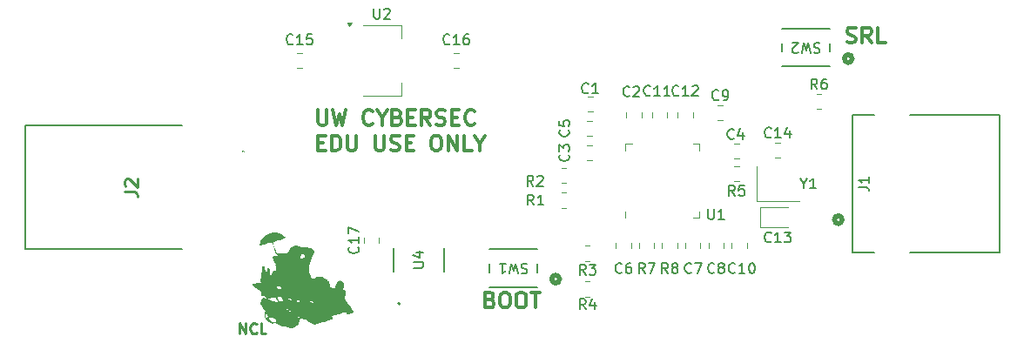
<source format=gbr>
%TF.GenerationSoftware,KiCad,Pcbnew,9.0.6*%
%TF.CreationDate,2026-02-13T17:22:30-06:00*%
%TF.ProjectId,2040Listener,32303430-4c69-4737-9465-6e65722e6b69,rev?*%
%TF.SameCoordinates,Original*%
%TF.FileFunction,Legend,Top*%
%TF.FilePolarity,Positive*%
%FSLAX46Y46*%
G04 Gerber Fmt 4.6, Leading zero omitted, Abs format (unit mm)*
G04 Created by KiCad (PCBNEW 9.0.6) date 2026-02-13 17:22:30*
%MOMM*%
%LPD*%
G01*
G04 APERTURE LIST*
%ADD10C,0.250000*%
%ADD11C,0.300000*%
%ADD12C,0.254000*%
%ADD13C,0.150000*%
%ADD14C,0.100000*%
%ADD15C,0.200000*%
%ADD16C,0.120000*%
%ADD17C,0.127000*%
%ADD18C,0.152400*%
%ADD19C,0.508000*%
%ADD20C,0.000000*%
G04 APERTURE END LIST*
D10*
X105202568Y-81564619D02*
X105202568Y-80564619D01*
X105202568Y-80564619D02*
X105773996Y-81564619D01*
X105773996Y-81564619D02*
X105773996Y-80564619D01*
X106821615Y-81469380D02*
X106773996Y-81517000D01*
X106773996Y-81517000D02*
X106631139Y-81564619D01*
X106631139Y-81564619D02*
X106535901Y-81564619D01*
X106535901Y-81564619D02*
X106393044Y-81517000D01*
X106393044Y-81517000D02*
X106297806Y-81421761D01*
X106297806Y-81421761D02*
X106250187Y-81326523D01*
X106250187Y-81326523D02*
X106202568Y-81136047D01*
X106202568Y-81136047D02*
X106202568Y-80993190D01*
X106202568Y-80993190D02*
X106250187Y-80802714D01*
X106250187Y-80802714D02*
X106297806Y-80707476D01*
X106297806Y-80707476D02*
X106393044Y-80612238D01*
X106393044Y-80612238D02*
X106535901Y-80564619D01*
X106535901Y-80564619D02*
X106631139Y-80564619D01*
X106631139Y-80564619D02*
X106773996Y-80612238D01*
X106773996Y-80612238D02*
X106821615Y-80659857D01*
X107726377Y-81564619D02*
X107250187Y-81564619D01*
X107250187Y-81564619D02*
X107250187Y-80564619D01*
D11*
X164233082Y-53229400D02*
X164447368Y-53300828D01*
X164447368Y-53300828D02*
X164804510Y-53300828D01*
X164804510Y-53300828D02*
X164947368Y-53229400D01*
X164947368Y-53229400D02*
X165018796Y-53157971D01*
X165018796Y-53157971D02*
X165090225Y-53015114D01*
X165090225Y-53015114D02*
X165090225Y-52872257D01*
X165090225Y-52872257D02*
X165018796Y-52729400D01*
X165018796Y-52729400D02*
X164947368Y-52657971D01*
X164947368Y-52657971D02*
X164804510Y-52586542D01*
X164804510Y-52586542D02*
X164518796Y-52515114D01*
X164518796Y-52515114D02*
X164375939Y-52443685D01*
X164375939Y-52443685D02*
X164304510Y-52372257D01*
X164304510Y-52372257D02*
X164233082Y-52229400D01*
X164233082Y-52229400D02*
X164233082Y-52086542D01*
X164233082Y-52086542D02*
X164304510Y-51943685D01*
X164304510Y-51943685D02*
X164375939Y-51872257D01*
X164375939Y-51872257D02*
X164518796Y-51800828D01*
X164518796Y-51800828D02*
X164875939Y-51800828D01*
X164875939Y-51800828D02*
X165090225Y-51872257D01*
X166590224Y-53300828D02*
X166090224Y-52586542D01*
X165733081Y-53300828D02*
X165733081Y-51800828D01*
X165733081Y-51800828D02*
X166304510Y-51800828D01*
X166304510Y-51800828D02*
X166447367Y-51872257D01*
X166447367Y-51872257D02*
X166518796Y-51943685D01*
X166518796Y-51943685D02*
X166590224Y-52086542D01*
X166590224Y-52086542D02*
X166590224Y-52300828D01*
X166590224Y-52300828D02*
X166518796Y-52443685D01*
X166518796Y-52443685D02*
X166447367Y-52515114D01*
X166447367Y-52515114D02*
X166304510Y-52586542D01*
X166304510Y-52586542D02*
X165733081Y-52586542D01*
X167947367Y-53300828D02*
X167233081Y-53300828D01*
X167233081Y-53300828D02*
X167233081Y-51800828D01*
X112804510Y-59800828D02*
X112804510Y-61015114D01*
X112804510Y-61015114D02*
X112875939Y-61157971D01*
X112875939Y-61157971D02*
X112947368Y-61229400D01*
X112947368Y-61229400D02*
X113090225Y-61300828D01*
X113090225Y-61300828D02*
X113375939Y-61300828D01*
X113375939Y-61300828D02*
X113518796Y-61229400D01*
X113518796Y-61229400D02*
X113590225Y-61157971D01*
X113590225Y-61157971D02*
X113661653Y-61015114D01*
X113661653Y-61015114D02*
X113661653Y-59800828D01*
X114233082Y-59800828D02*
X114590225Y-61300828D01*
X114590225Y-61300828D02*
X114875939Y-60229400D01*
X114875939Y-60229400D02*
X115161654Y-61300828D01*
X115161654Y-61300828D02*
X115518797Y-59800828D01*
X118090225Y-61157971D02*
X118018797Y-61229400D01*
X118018797Y-61229400D02*
X117804511Y-61300828D01*
X117804511Y-61300828D02*
X117661654Y-61300828D01*
X117661654Y-61300828D02*
X117447368Y-61229400D01*
X117447368Y-61229400D02*
X117304511Y-61086542D01*
X117304511Y-61086542D02*
X117233082Y-60943685D01*
X117233082Y-60943685D02*
X117161654Y-60657971D01*
X117161654Y-60657971D02*
X117161654Y-60443685D01*
X117161654Y-60443685D02*
X117233082Y-60157971D01*
X117233082Y-60157971D02*
X117304511Y-60015114D01*
X117304511Y-60015114D02*
X117447368Y-59872257D01*
X117447368Y-59872257D02*
X117661654Y-59800828D01*
X117661654Y-59800828D02*
X117804511Y-59800828D01*
X117804511Y-59800828D02*
X118018797Y-59872257D01*
X118018797Y-59872257D02*
X118090225Y-59943685D01*
X119018797Y-60586542D02*
X119018797Y-61300828D01*
X118518797Y-59800828D02*
X119018797Y-60586542D01*
X119018797Y-60586542D02*
X119518797Y-59800828D01*
X120518796Y-60515114D02*
X120733082Y-60586542D01*
X120733082Y-60586542D02*
X120804511Y-60657971D01*
X120804511Y-60657971D02*
X120875939Y-60800828D01*
X120875939Y-60800828D02*
X120875939Y-61015114D01*
X120875939Y-61015114D02*
X120804511Y-61157971D01*
X120804511Y-61157971D02*
X120733082Y-61229400D01*
X120733082Y-61229400D02*
X120590225Y-61300828D01*
X120590225Y-61300828D02*
X120018796Y-61300828D01*
X120018796Y-61300828D02*
X120018796Y-59800828D01*
X120018796Y-59800828D02*
X120518796Y-59800828D01*
X120518796Y-59800828D02*
X120661654Y-59872257D01*
X120661654Y-59872257D02*
X120733082Y-59943685D01*
X120733082Y-59943685D02*
X120804511Y-60086542D01*
X120804511Y-60086542D02*
X120804511Y-60229400D01*
X120804511Y-60229400D02*
X120733082Y-60372257D01*
X120733082Y-60372257D02*
X120661654Y-60443685D01*
X120661654Y-60443685D02*
X120518796Y-60515114D01*
X120518796Y-60515114D02*
X120018796Y-60515114D01*
X121518796Y-60515114D02*
X122018796Y-60515114D01*
X122233082Y-61300828D02*
X121518796Y-61300828D01*
X121518796Y-61300828D02*
X121518796Y-59800828D01*
X121518796Y-59800828D02*
X122233082Y-59800828D01*
X123733082Y-61300828D02*
X123233082Y-60586542D01*
X122875939Y-61300828D02*
X122875939Y-59800828D01*
X122875939Y-59800828D02*
X123447368Y-59800828D01*
X123447368Y-59800828D02*
X123590225Y-59872257D01*
X123590225Y-59872257D02*
X123661654Y-59943685D01*
X123661654Y-59943685D02*
X123733082Y-60086542D01*
X123733082Y-60086542D02*
X123733082Y-60300828D01*
X123733082Y-60300828D02*
X123661654Y-60443685D01*
X123661654Y-60443685D02*
X123590225Y-60515114D01*
X123590225Y-60515114D02*
X123447368Y-60586542D01*
X123447368Y-60586542D02*
X122875939Y-60586542D01*
X124304511Y-61229400D02*
X124518797Y-61300828D01*
X124518797Y-61300828D02*
X124875939Y-61300828D01*
X124875939Y-61300828D02*
X125018797Y-61229400D01*
X125018797Y-61229400D02*
X125090225Y-61157971D01*
X125090225Y-61157971D02*
X125161654Y-61015114D01*
X125161654Y-61015114D02*
X125161654Y-60872257D01*
X125161654Y-60872257D02*
X125090225Y-60729400D01*
X125090225Y-60729400D02*
X125018797Y-60657971D01*
X125018797Y-60657971D02*
X124875939Y-60586542D01*
X124875939Y-60586542D02*
X124590225Y-60515114D01*
X124590225Y-60515114D02*
X124447368Y-60443685D01*
X124447368Y-60443685D02*
X124375939Y-60372257D01*
X124375939Y-60372257D02*
X124304511Y-60229400D01*
X124304511Y-60229400D02*
X124304511Y-60086542D01*
X124304511Y-60086542D02*
X124375939Y-59943685D01*
X124375939Y-59943685D02*
X124447368Y-59872257D01*
X124447368Y-59872257D02*
X124590225Y-59800828D01*
X124590225Y-59800828D02*
X124947368Y-59800828D01*
X124947368Y-59800828D02*
X125161654Y-59872257D01*
X125804510Y-60515114D02*
X126304510Y-60515114D01*
X126518796Y-61300828D02*
X125804510Y-61300828D01*
X125804510Y-61300828D02*
X125804510Y-59800828D01*
X125804510Y-59800828D02*
X126518796Y-59800828D01*
X128018796Y-61157971D02*
X127947368Y-61229400D01*
X127947368Y-61229400D02*
X127733082Y-61300828D01*
X127733082Y-61300828D02*
X127590225Y-61300828D01*
X127590225Y-61300828D02*
X127375939Y-61229400D01*
X127375939Y-61229400D02*
X127233082Y-61086542D01*
X127233082Y-61086542D02*
X127161653Y-60943685D01*
X127161653Y-60943685D02*
X127090225Y-60657971D01*
X127090225Y-60657971D02*
X127090225Y-60443685D01*
X127090225Y-60443685D02*
X127161653Y-60157971D01*
X127161653Y-60157971D02*
X127233082Y-60015114D01*
X127233082Y-60015114D02*
X127375939Y-59872257D01*
X127375939Y-59872257D02*
X127590225Y-59800828D01*
X127590225Y-59800828D02*
X127733082Y-59800828D01*
X127733082Y-59800828D02*
X127947368Y-59872257D01*
X127947368Y-59872257D02*
X128018796Y-59943685D01*
X129554510Y-78265114D02*
X129768796Y-78336542D01*
X129768796Y-78336542D02*
X129840225Y-78407971D01*
X129840225Y-78407971D02*
X129911653Y-78550828D01*
X129911653Y-78550828D02*
X129911653Y-78765114D01*
X129911653Y-78765114D02*
X129840225Y-78907971D01*
X129840225Y-78907971D02*
X129768796Y-78979400D01*
X129768796Y-78979400D02*
X129625939Y-79050828D01*
X129625939Y-79050828D02*
X129054510Y-79050828D01*
X129054510Y-79050828D02*
X129054510Y-77550828D01*
X129054510Y-77550828D02*
X129554510Y-77550828D01*
X129554510Y-77550828D02*
X129697368Y-77622257D01*
X129697368Y-77622257D02*
X129768796Y-77693685D01*
X129768796Y-77693685D02*
X129840225Y-77836542D01*
X129840225Y-77836542D02*
X129840225Y-77979400D01*
X129840225Y-77979400D02*
X129768796Y-78122257D01*
X129768796Y-78122257D02*
X129697368Y-78193685D01*
X129697368Y-78193685D02*
X129554510Y-78265114D01*
X129554510Y-78265114D02*
X129054510Y-78265114D01*
X130840225Y-77550828D02*
X131125939Y-77550828D01*
X131125939Y-77550828D02*
X131268796Y-77622257D01*
X131268796Y-77622257D02*
X131411653Y-77765114D01*
X131411653Y-77765114D02*
X131483082Y-78050828D01*
X131483082Y-78050828D02*
X131483082Y-78550828D01*
X131483082Y-78550828D02*
X131411653Y-78836542D01*
X131411653Y-78836542D02*
X131268796Y-78979400D01*
X131268796Y-78979400D02*
X131125939Y-79050828D01*
X131125939Y-79050828D02*
X130840225Y-79050828D01*
X130840225Y-79050828D02*
X130697368Y-78979400D01*
X130697368Y-78979400D02*
X130554510Y-78836542D01*
X130554510Y-78836542D02*
X130483082Y-78550828D01*
X130483082Y-78550828D02*
X130483082Y-78050828D01*
X130483082Y-78050828D02*
X130554510Y-77765114D01*
X130554510Y-77765114D02*
X130697368Y-77622257D01*
X130697368Y-77622257D02*
X130840225Y-77550828D01*
X132411654Y-77550828D02*
X132697368Y-77550828D01*
X132697368Y-77550828D02*
X132840225Y-77622257D01*
X132840225Y-77622257D02*
X132983082Y-77765114D01*
X132983082Y-77765114D02*
X133054511Y-78050828D01*
X133054511Y-78050828D02*
X133054511Y-78550828D01*
X133054511Y-78550828D02*
X132983082Y-78836542D01*
X132983082Y-78836542D02*
X132840225Y-78979400D01*
X132840225Y-78979400D02*
X132697368Y-79050828D01*
X132697368Y-79050828D02*
X132411654Y-79050828D01*
X132411654Y-79050828D02*
X132268797Y-78979400D01*
X132268797Y-78979400D02*
X132125939Y-78836542D01*
X132125939Y-78836542D02*
X132054511Y-78550828D01*
X132054511Y-78550828D02*
X132054511Y-78050828D01*
X132054511Y-78050828D02*
X132125939Y-77765114D01*
X132125939Y-77765114D02*
X132268797Y-77622257D01*
X132268797Y-77622257D02*
X132411654Y-77550828D01*
X133483083Y-77550828D02*
X134340226Y-77550828D01*
X133911654Y-79050828D02*
X133911654Y-77550828D01*
X112804510Y-63015114D02*
X113304510Y-63015114D01*
X113518796Y-63800828D02*
X112804510Y-63800828D01*
X112804510Y-63800828D02*
X112804510Y-62300828D01*
X112804510Y-62300828D02*
X113518796Y-62300828D01*
X114161653Y-63800828D02*
X114161653Y-62300828D01*
X114161653Y-62300828D02*
X114518796Y-62300828D01*
X114518796Y-62300828D02*
X114733082Y-62372257D01*
X114733082Y-62372257D02*
X114875939Y-62515114D01*
X114875939Y-62515114D02*
X114947368Y-62657971D01*
X114947368Y-62657971D02*
X115018796Y-62943685D01*
X115018796Y-62943685D02*
X115018796Y-63157971D01*
X115018796Y-63157971D02*
X114947368Y-63443685D01*
X114947368Y-63443685D02*
X114875939Y-63586542D01*
X114875939Y-63586542D02*
X114733082Y-63729400D01*
X114733082Y-63729400D02*
X114518796Y-63800828D01*
X114518796Y-63800828D02*
X114161653Y-63800828D01*
X115661653Y-62300828D02*
X115661653Y-63515114D01*
X115661653Y-63515114D02*
X115733082Y-63657971D01*
X115733082Y-63657971D02*
X115804511Y-63729400D01*
X115804511Y-63729400D02*
X115947368Y-63800828D01*
X115947368Y-63800828D02*
X116233082Y-63800828D01*
X116233082Y-63800828D02*
X116375939Y-63729400D01*
X116375939Y-63729400D02*
X116447368Y-63657971D01*
X116447368Y-63657971D02*
X116518796Y-63515114D01*
X116518796Y-63515114D02*
X116518796Y-62300828D01*
X118375939Y-62300828D02*
X118375939Y-63515114D01*
X118375939Y-63515114D02*
X118447368Y-63657971D01*
X118447368Y-63657971D02*
X118518797Y-63729400D01*
X118518797Y-63729400D02*
X118661654Y-63800828D01*
X118661654Y-63800828D02*
X118947368Y-63800828D01*
X118947368Y-63800828D02*
X119090225Y-63729400D01*
X119090225Y-63729400D02*
X119161654Y-63657971D01*
X119161654Y-63657971D02*
X119233082Y-63515114D01*
X119233082Y-63515114D02*
X119233082Y-62300828D01*
X119875940Y-63729400D02*
X120090226Y-63800828D01*
X120090226Y-63800828D02*
X120447368Y-63800828D01*
X120447368Y-63800828D02*
X120590226Y-63729400D01*
X120590226Y-63729400D02*
X120661654Y-63657971D01*
X120661654Y-63657971D02*
X120733083Y-63515114D01*
X120733083Y-63515114D02*
X120733083Y-63372257D01*
X120733083Y-63372257D02*
X120661654Y-63229400D01*
X120661654Y-63229400D02*
X120590226Y-63157971D01*
X120590226Y-63157971D02*
X120447368Y-63086542D01*
X120447368Y-63086542D02*
X120161654Y-63015114D01*
X120161654Y-63015114D02*
X120018797Y-62943685D01*
X120018797Y-62943685D02*
X119947368Y-62872257D01*
X119947368Y-62872257D02*
X119875940Y-62729400D01*
X119875940Y-62729400D02*
X119875940Y-62586542D01*
X119875940Y-62586542D02*
X119947368Y-62443685D01*
X119947368Y-62443685D02*
X120018797Y-62372257D01*
X120018797Y-62372257D02*
X120161654Y-62300828D01*
X120161654Y-62300828D02*
X120518797Y-62300828D01*
X120518797Y-62300828D02*
X120733083Y-62372257D01*
X121375939Y-63015114D02*
X121875939Y-63015114D01*
X122090225Y-63800828D02*
X121375939Y-63800828D01*
X121375939Y-63800828D02*
X121375939Y-62300828D01*
X121375939Y-62300828D02*
X122090225Y-62300828D01*
X124161654Y-62300828D02*
X124447368Y-62300828D01*
X124447368Y-62300828D02*
X124590225Y-62372257D01*
X124590225Y-62372257D02*
X124733082Y-62515114D01*
X124733082Y-62515114D02*
X124804511Y-62800828D01*
X124804511Y-62800828D02*
X124804511Y-63300828D01*
X124804511Y-63300828D02*
X124733082Y-63586542D01*
X124733082Y-63586542D02*
X124590225Y-63729400D01*
X124590225Y-63729400D02*
X124447368Y-63800828D01*
X124447368Y-63800828D02*
X124161654Y-63800828D01*
X124161654Y-63800828D02*
X124018797Y-63729400D01*
X124018797Y-63729400D02*
X123875939Y-63586542D01*
X123875939Y-63586542D02*
X123804511Y-63300828D01*
X123804511Y-63300828D02*
X123804511Y-62800828D01*
X123804511Y-62800828D02*
X123875939Y-62515114D01*
X123875939Y-62515114D02*
X124018797Y-62372257D01*
X124018797Y-62372257D02*
X124161654Y-62300828D01*
X125447368Y-63800828D02*
X125447368Y-62300828D01*
X125447368Y-62300828D02*
X126304511Y-63800828D01*
X126304511Y-63800828D02*
X126304511Y-62300828D01*
X127733083Y-63800828D02*
X127018797Y-63800828D01*
X127018797Y-63800828D02*
X127018797Y-62300828D01*
X128518798Y-63086542D02*
X128518798Y-63800828D01*
X128018798Y-62300828D02*
X128518798Y-63086542D01*
X128518798Y-63086542D02*
X129018798Y-62300828D01*
D12*
X93979318Y-67773332D02*
X94886461Y-67773332D01*
X94886461Y-67773332D02*
X95067889Y-67833809D01*
X95067889Y-67833809D02*
X95188842Y-67954761D01*
X95188842Y-67954761D02*
X95249318Y-68136190D01*
X95249318Y-68136190D02*
X95249318Y-68257142D01*
X94100270Y-67229047D02*
X94039794Y-67168571D01*
X94039794Y-67168571D02*
X93979318Y-67047618D01*
X93979318Y-67047618D02*
X93979318Y-66745237D01*
X93979318Y-66745237D02*
X94039794Y-66624285D01*
X94039794Y-66624285D02*
X94100270Y-66563809D01*
X94100270Y-66563809D02*
X94221222Y-66503332D01*
X94221222Y-66503332D02*
X94342175Y-66503332D01*
X94342175Y-66503332D02*
X94523603Y-66563809D01*
X94523603Y-66563809D02*
X95249318Y-67289523D01*
X95249318Y-67289523D02*
X95249318Y-66503332D01*
D13*
X138833333Y-75854819D02*
X138500000Y-75378628D01*
X138261905Y-75854819D02*
X138261905Y-74854819D01*
X138261905Y-74854819D02*
X138642857Y-74854819D01*
X138642857Y-74854819D02*
X138738095Y-74902438D01*
X138738095Y-74902438D02*
X138785714Y-74950057D01*
X138785714Y-74950057D02*
X138833333Y-75045295D01*
X138833333Y-75045295D02*
X138833333Y-75188152D01*
X138833333Y-75188152D02*
X138785714Y-75283390D01*
X138785714Y-75283390D02*
X138738095Y-75331009D01*
X138738095Y-75331009D02*
X138642857Y-75378628D01*
X138642857Y-75378628D02*
X138261905Y-75378628D01*
X139166667Y-74854819D02*
X139785714Y-74854819D01*
X139785714Y-74854819D02*
X139452381Y-75235771D01*
X139452381Y-75235771D02*
X139595238Y-75235771D01*
X139595238Y-75235771D02*
X139690476Y-75283390D01*
X139690476Y-75283390D02*
X139738095Y-75331009D01*
X139738095Y-75331009D02*
X139785714Y-75426247D01*
X139785714Y-75426247D02*
X139785714Y-75664342D01*
X139785714Y-75664342D02*
X139738095Y-75759580D01*
X139738095Y-75759580D02*
X139690476Y-75807200D01*
X139690476Y-75807200D02*
X139595238Y-75854819D01*
X139595238Y-75854819D02*
X139309524Y-75854819D01*
X139309524Y-75854819D02*
X139214286Y-75807200D01*
X139214286Y-75807200D02*
X139166667Y-75759580D01*
X151733333Y-58779580D02*
X151685714Y-58827200D01*
X151685714Y-58827200D02*
X151542857Y-58874819D01*
X151542857Y-58874819D02*
X151447619Y-58874819D01*
X151447619Y-58874819D02*
X151304762Y-58827200D01*
X151304762Y-58827200D02*
X151209524Y-58731961D01*
X151209524Y-58731961D02*
X151161905Y-58636723D01*
X151161905Y-58636723D02*
X151114286Y-58446247D01*
X151114286Y-58446247D02*
X151114286Y-58303390D01*
X151114286Y-58303390D02*
X151161905Y-58112914D01*
X151161905Y-58112914D02*
X151209524Y-58017676D01*
X151209524Y-58017676D02*
X151304762Y-57922438D01*
X151304762Y-57922438D02*
X151447619Y-57874819D01*
X151447619Y-57874819D02*
X151542857Y-57874819D01*
X151542857Y-57874819D02*
X151685714Y-57922438D01*
X151685714Y-57922438D02*
X151733333Y-57970057D01*
X152209524Y-58874819D02*
X152400000Y-58874819D01*
X152400000Y-58874819D02*
X152495238Y-58827200D01*
X152495238Y-58827200D02*
X152542857Y-58779580D01*
X152542857Y-58779580D02*
X152638095Y-58636723D01*
X152638095Y-58636723D02*
X152685714Y-58446247D01*
X152685714Y-58446247D02*
X152685714Y-58065295D01*
X152685714Y-58065295D02*
X152638095Y-57970057D01*
X152638095Y-57970057D02*
X152590476Y-57922438D01*
X152590476Y-57922438D02*
X152495238Y-57874819D01*
X152495238Y-57874819D02*
X152304762Y-57874819D01*
X152304762Y-57874819D02*
X152209524Y-57922438D01*
X152209524Y-57922438D02*
X152161905Y-57970057D01*
X152161905Y-57970057D02*
X152114286Y-58065295D01*
X152114286Y-58065295D02*
X152114286Y-58303390D01*
X152114286Y-58303390D02*
X152161905Y-58398628D01*
X152161905Y-58398628D02*
X152209524Y-58446247D01*
X152209524Y-58446247D02*
X152304762Y-58493866D01*
X152304762Y-58493866D02*
X152495238Y-58493866D01*
X152495238Y-58493866D02*
X152590476Y-58446247D01*
X152590476Y-58446247D02*
X152638095Y-58398628D01*
X152638095Y-58398628D02*
X152685714Y-58303390D01*
X147857142Y-58359580D02*
X147809523Y-58407200D01*
X147809523Y-58407200D02*
X147666666Y-58454819D01*
X147666666Y-58454819D02*
X147571428Y-58454819D01*
X147571428Y-58454819D02*
X147428571Y-58407200D01*
X147428571Y-58407200D02*
X147333333Y-58311961D01*
X147333333Y-58311961D02*
X147285714Y-58216723D01*
X147285714Y-58216723D02*
X147238095Y-58026247D01*
X147238095Y-58026247D02*
X147238095Y-57883390D01*
X147238095Y-57883390D02*
X147285714Y-57692914D01*
X147285714Y-57692914D02*
X147333333Y-57597676D01*
X147333333Y-57597676D02*
X147428571Y-57502438D01*
X147428571Y-57502438D02*
X147571428Y-57454819D01*
X147571428Y-57454819D02*
X147666666Y-57454819D01*
X147666666Y-57454819D02*
X147809523Y-57502438D01*
X147809523Y-57502438D02*
X147857142Y-57550057D01*
X148809523Y-58454819D02*
X148238095Y-58454819D01*
X148523809Y-58454819D02*
X148523809Y-57454819D01*
X148523809Y-57454819D02*
X148428571Y-57597676D01*
X148428571Y-57597676D02*
X148333333Y-57692914D01*
X148333333Y-57692914D02*
X148238095Y-57740533D01*
X149190476Y-57550057D02*
X149238095Y-57502438D01*
X149238095Y-57502438D02*
X149333333Y-57454819D01*
X149333333Y-57454819D02*
X149571428Y-57454819D01*
X149571428Y-57454819D02*
X149666666Y-57502438D01*
X149666666Y-57502438D02*
X149714285Y-57550057D01*
X149714285Y-57550057D02*
X149761904Y-57645295D01*
X149761904Y-57645295D02*
X149761904Y-57740533D01*
X149761904Y-57740533D02*
X149714285Y-57883390D01*
X149714285Y-57883390D02*
X149142857Y-58454819D01*
X149142857Y-58454819D02*
X149761904Y-58454819D01*
X133733333Y-67204819D02*
X133400000Y-66728628D01*
X133161905Y-67204819D02*
X133161905Y-66204819D01*
X133161905Y-66204819D02*
X133542857Y-66204819D01*
X133542857Y-66204819D02*
X133638095Y-66252438D01*
X133638095Y-66252438D02*
X133685714Y-66300057D01*
X133685714Y-66300057D02*
X133733333Y-66395295D01*
X133733333Y-66395295D02*
X133733333Y-66538152D01*
X133733333Y-66538152D02*
X133685714Y-66633390D01*
X133685714Y-66633390D02*
X133638095Y-66681009D01*
X133638095Y-66681009D02*
X133542857Y-66728628D01*
X133542857Y-66728628D02*
X133161905Y-66728628D01*
X134114286Y-66300057D02*
X134161905Y-66252438D01*
X134161905Y-66252438D02*
X134257143Y-66204819D01*
X134257143Y-66204819D02*
X134495238Y-66204819D01*
X134495238Y-66204819D02*
X134590476Y-66252438D01*
X134590476Y-66252438D02*
X134638095Y-66300057D01*
X134638095Y-66300057D02*
X134685714Y-66395295D01*
X134685714Y-66395295D02*
X134685714Y-66490533D01*
X134685714Y-66490533D02*
X134638095Y-66633390D01*
X134638095Y-66633390D02*
X134066667Y-67204819D01*
X134066667Y-67204819D02*
X134685714Y-67204819D01*
X145107142Y-58359580D02*
X145059523Y-58407200D01*
X145059523Y-58407200D02*
X144916666Y-58454819D01*
X144916666Y-58454819D02*
X144821428Y-58454819D01*
X144821428Y-58454819D02*
X144678571Y-58407200D01*
X144678571Y-58407200D02*
X144583333Y-58311961D01*
X144583333Y-58311961D02*
X144535714Y-58216723D01*
X144535714Y-58216723D02*
X144488095Y-58026247D01*
X144488095Y-58026247D02*
X144488095Y-57883390D01*
X144488095Y-57883390D02*
X144535714Y-57692914D01*
X144535714Y-57692914D02*
X144583333Y-57597676D01*
X144583333Y-57597676D02*
X144678571Y-57502438D01*
X144678571Y-57502438D02*
X144821428Y-57454819D01*
X144821428Y-57454819D02*
X144916666Y-57454819D01*
X144916666Y-57454819D02*
X145059523Y-57502438D01*
X145059523Y-57502438D02*
X145107142Y-57550057D01*
X146059523Y-58454819D02*
X145488095Y-58454819D01*
X145773809Y-58454819D02*
X145773809Y-57454819D01*
X145773809Y-57454819D02*
X145678571Y-57597676D01*
X145678571Y-57597676D02*
X145583333Y-57692914D01*
X145583333Y-57692914D02*
X145488095Y-57740533D01*
X147011904Y-58454819D02*
X146440476Y-58454819D01*
X146726190Y-58454819D02*
X146726190Y-57454819D01*
X146726190Y-57454819D02*
X146630952Y-57597676D01*
X146630952Y-57597676D02*
X146535714Y-57692914D01*
X146535714Y-57692914D02*
X146440476Y-57740533D01*
X116679580Y-73142857D02*
X116727200Y-73190476D01*
X116727200Y-73190476D02*
X116774819Y-73333333D01*
X116774819Y-73333333D02*
X116774819Y-73428571D01*
X116774819Y-73428571D02*
X116727200Y-73571428D01*
X116727200Y-73571428D02*
X116631961Y-73666666D01*
X116631961Y-73666666D02*
X116536723Y-73714285D01*
X116536723Y-73714285D02*
X116346247Y-73761904D01*
X116346247Y-73761904D02*
X116203390Y-73761904D01*
X116203390Y-73761904D02*
X116012914Y-73714285D01*
X116012914Y-73714285D02*
X115917676Y-73666666D01*
X115917676Y-73666666D02*
X115822438Y-73571428D01*
X115822438Y-73571428D02*
X115774819Y-73428571D01*
X115774819Y-73428571D02*
X115774819Y-73333333D01*
X115774819Y-73333333D02*
X115822438Y-73190476D01*
X115822438Y-73190476D02*
X115870057Y-73142857D01*
X116774819Y-72190476D02*
X116774819Y-72761904D01*
X116774819Y-72476190D02*
X115774819Y-72476190D01*
X115774819Y-72476190D02*
X115917676Y-72571428D01*
X115917676Y-72571428D02*
X116012914Y-72666666D01*
X116012914Y-72666666D02*
X116060533Y-72761904D01*
X115774819Y-71857142D02*
X115774819Y-71190476D01*
X115774819Y-71190476D02*
X116774819Y-71619047D01*
X122054819Y-75161904D02*
X122864342Y-75161904D01*
X122864342Y-75161904D02*
X122959580Y-75114285D01*
X122959580Y-75114285D02*
X123007200Y-75066666D01*
X123007200Y-75066666D02*
X123054819Y-74971428D01*
X123054819Y-74971428D02*
X123054819Y-74780952D01*
X123054819Y-74780952D02*
X123007200Y-74685714D01*
X123007200Y-74685714D02*
X122959580Y-74638095D01*
X122959580Y-74638095D02*
X122864342Y-74590476D01*
X122864342Y-74590476D02*
X122054819Y-74590476D01*
X122388152Y-73685714D02*
X123054819Y-73685714D01*
X122007200Y-73923809D02*
X122721485Y-74161904D01*
X122721485Y-74161904D02*
X122721485Y-73542857D01*
X142333333Y-75609580D02*
X142285714Y-75657200D01*
X142285714Y-75657200D02*
X142142857Y-75704819D01*
X142142857Y-75704819D02*
X142047619Y-75704819D01*
X142047619Y-75704819D02*
X141904762Y-75657200D01*
X141904762Y-75657200D02*
X141809524Y-75561961D01*
X141809524Y-75561961D02*
X141761905Y-75466723D01*
X141761905Y-75466723D02*
X141714286Y-75276247D01*
X141714286Y-75276247D02*
X141714286Y-75133390D01*
X141714286Y-75133390D02*
X141761905Y-74942914D01*
X141761905Y-74942914D02*
X141809524Y-74847676D01*
X141809524Y-74847676D02*
X141904762Y-74752438D01*
X141904762Y-74752438D02*
X142047619Y-74704819D01*
X142047619Y-74704819D02*
X142142857Y-74704819D01*
X142142857Y-74704819D02*
X142285714Y-74752438D01*
X142285714Y-74752438D02*
X142333333Y-74800057D01*
X143190476Y-74704819D02*
X143000000Y-74704819D01*
X143000000Y-74704819D02*
X142904762Y-74752438D01*
X142904762Y-74752438D02*
X142857143Y-74800057D01*
X142857143Y-74800057D02*
X142761905Y-74942914D01*
X142761905Y-74942914D02*
X142714286Y-75133390D01*
X142714286Y-75133390D02*
X142714286Y-75514342D01*
X142714286Y-75514342D02*
X142761905Y-75609580D01*
X142761905Y-75609580D02*
X142809524Y-75657200D01*
X142809524Y-75657200D02*
X142904762Y-75704819D01*
X142904762Y-75704819D02*
X143095238Y-75704819D01*
X143095238Y-75704819D02*
X143190476Y-75657200D01*
X143190476Y-75657200D02*
X143238095Y-75609580D01*
X143238095Y-75609580D02*
X143285714Y-75514342D01*
X143285714Y-75514342D02*
X143285714Y-75276247D01*
X143285714Y-75276247D02*
X143238095Y-75181009D01*
X143238095Y-75181009D02*
X143190476Y-75133390D01*
X143190476Y-75133390D02*
X143095238Y-75085771D01*
X143095238Y-75085771D02*
X142904762Y-75085771D01*
X142904762Y-75085771D02*
X142809524Y-75133390D01*
X142809524Y-75133390D02*
X142761905Y-75181009D01*
X142761905Y-75181009D02*
X142714286Y-75276247D01*
X165384519Y-67325833D02*
X166098804Y-67325833D01*
X166098804Y-67325833D02*
X166241661Y-67373452D01*
X166241661Y-67373452D02*
X166336900Y-67468690D01*
X166336900Y-67468690D02*
X166384519Y-67611547D01*
X166384519Y-67611547D02*
X166384519Y-67706785D01*
X166384519Y-66325833D02*
X166384519Y-66897261D01*
X166384519Y-66611547D02*
X165384519Y-66611547D01*
X165384519Y-66611547D02*
X165527376Y-66706785D01*
X165527376Y-66706785D02*
X165622614Y-66802023D01*
X165622614Y-66802023D02*
X165670233Y-66897261D01*
X137159580Y-64166666D02*
X137207200Y-64214285D01*
X137207200Y-64214285D02*
X137254819Y-64357142D01*
X137254819Y-64357142D02*
X137254819Y-64452380D01*
X137254819Y-64452380D02*
X137207200Y-64595237D01*
X137207200Y-64595237D02*
X137111961Y-64690475D01*
X137111961Y-64690475D02*
X137016723Y-64738094D01*
X137016723Y-64738094D02*
X136826247Y-64785713D01*
X136826247Y-64785713D02*
X136683390Y-64785713D01*
X136683390Y-64785713D02*
X136492914Y-64738094D01*
X136492914Y-64738094D02*
X136397676Y-64690475D01*
X136397676Y-64690475D02*
X136302438Y-64595237D01*
X136302438Y-64595237D02*
X136254819Y-64452380D01*
X136254819Y-64452380D02*
X136254819Y-64357142D01*
X136254819Y-64357142D02*
X136302438Y-64214285D01*
X136302438Y-64214285D02*
X136350057Y-64166666D01*
X136254819Y-63833332D02*
X136254819Y-63214285D01*
X136254819Y-63214285D02*
X136635771Y-63547618D01*
X136635771Y-63547618D02*
X136635771Y-63404761D01*
X136635771Y-63404761D02*
X136683390Y-63309523D01*
X136683390Y-63309523D02*
X136731009Y-63261904D01*
X136731009Y-63261904D02*
X136826247Y-63214285D01*
X136826247Y-63214285D02*
X137064342Y-63214285D01*
X137064342Y-63214285D02*
X137159580Y-63261904D01*
X137159580Y-63261904D02*
X137207200Y-63309523D01*
X137207200Y-63309523D02*
X137254819Y-63404761D01*
X137254819Y-63404761D02*
X137254819Y-63690475D01*
X137254819Y-63690475D02*
X137207200Y-63785713D01*
X137207200Y-63785713D02*
X137159580Y-63833332D01*
X149083333Y-75609580D02*
X149035714Y-75657200D01*
X149035714Y-75657200D02*
X148892857Y-75704819D01*
X148892857Y-75704819D02*
X148797619Y-75704819D01*
X148797619Y-75704819D02*
X148654762Y-75657200D01*
X148654762Y-75657200D02*
X148559524Y-75561961D01*
X148559524Y-75561961D02*
X148511905Y-75466723D01*
X148511905Y-75466723D02*
X148464286Y-75276247D01*
X148464286Y-75276247D02*
X148464286Y-75133390D01*
X148464286Y-75133390D02*
X148511905Y-74942914D01*
X148511905Y-74942914D02*
X148559524Y-74847676D01*
X148559524Y-74847676D02*
X148654762Y-74752438D01*
X148654762Y-74752438D02*
X148797619Y-74704819D01*
X148797619Y-74704819D02*
X148892857Y-74704819D01*
X148892857Y-74704819D02*
X149035714Y-74752438D01*
X149035714Y-74752438D02*
X149083333Y-74800057D01*
X149416667Y-74704819D02*
X150083333Y-74704819D01*
X150083333Y-74704819D02*
X149654762Y-75704819D01*
X153357142Y-75609580D02*
X153309523Y-75657200D01*
X153309523Y-75657200D02*
X153166666Y-75704819D01*
X153166666Y-75704819D02*
X153071428Y-75704819D01*
X153071428Y-75704819D02*
X152928571Y-75657200D01*
X152928571Y-75657200D02*
X152833333Y-75561961D01*
X152833333Y-75561961D02*
X152785714Y-75466723D01*
X152785714Y-75466723D02*
X152738095Y-75276247D01*
X152738095Y-75276247D02*
X152738095Y-75133390D01*
X152738095Y-75133390D02*
X152785714Y-74942914D01*
X152785714Y-74942914D02*
X152833333Y-74847676D01*
X152833333Y-74847676D02*
X152928571Y-74752438D01*
X152928571Y-74752438D02*
X153071428Y-74704819D01*
X153071428Y-74704819D02*
X153166666Y-74704819D01*
X153166666Y-74704819D02*
X153309523Y-74752438D01*
X153309523Y-74752438D02*
X153357142Y-74800057D01*
X154309523Y-75704819D02*
X153738095Y-75704819D01*
X154023809Y-75704819D02*
X154023809Y-74704819D01*
X154023809Y-74704819D02*
X153928571Y-74847676D01*
X153928571Y-74847676D02*
X153833333Y-74942914D01*
X153833333Y-74942914D02*
X153738095Y-74990533D01*
X154928571Y-74704819D02*
X155023809Y-74704819D01*
X155023809Y-74704819D02*
X155119047Y-74752438D01*
X155119047Y-74752438D02*
X155166666Y-74800057D01*
X155166666Y-74800057D02*
X155214285Y-74895295D01*
X155214285Y-74895295D02*
X155261904Y-75085771D01*
X155261904Y-75085771D02*
X155261904Y-75323866D01*
X155261904Y-75323866D02*
X155214285Y-75514342D01*
X155214285Y-75514342D02*
X155166666Y-75609580D01*
X155166666Y-75609580D02*
X155119047Y-75657200D01*
X155119047Y-75657200D02*
X155023809Y-75704819D01*
X155023809Y-75704819D02*
X154928571Y-75704819D01*
X154928571Y-75704819D02*
X154833333Y-75657200D01*
X154833333Y-75657200D02*
X154785714Y-75609580D01*
X154785714Y-75609580D02*
X154738095Y-75514342D01*
X154738095Y-75514342D02*
X154690476Y-75323866D01*
X154690476Y-75323866D02*
X154690476Y-75085771D01*
X154690476Y-75085771D02*
X154738095Y-74895295D01*
X154738095Y-74895295D02*
X154785714Y-74800057D01*
X154785714Y-74800057D02*
X154833333Y-74752438D01*
X154833333Y-74752438D02*
X154928571Y-74704819D01*
X156857142Y-62429580D02*
X156809523Y-62477200D01*
X156809523Y-62477200D02*
X156666666Y-62524819D01*
X156666666Y-62524819D02*
X156571428Y-62524819D01*
X156571428Y-62524819D02*
X156428571Y-62477200D01*
X156428571Y-62477200D02*
X156333333Y-62381961D01*
X156333333Y-62381961D02*
X156285714Y-62286723D01*
X156285714Y-62286723D02*
X156238095Y-62096247D01*
X156238095Y-62096247D02*
X156238095Y-61953390D01*
X156238095Y-61953390D02*
X156285714Y-61762914D01*
X156285714Y-61762914D02*
X156333333Y-61667676D01*
X156333333Y-61667676D02*
X156428571Y-61572438D01*
X156428571Y-61572438D02*
X156571428Y-61524819D01*
X156571428Y-61524819D02*
X156666666Y-61524819D01*
X156666666Y-61524819D02*
X156809523Y-61572438D01*
X156809523Y-61572438D02*
X156857142Y-61620057D01*
X157809523Y-62524819D02*
X157238095Y-62524819D01*
X157523809Y-62524819D02*
X157523809Y-61524819D01*
X157523809Y-61524819D02*
X157428571Y-61667676D01*
X157428571Y-61667676D02*
X157333333Y-61762914D01*
X157333333Y-61762914D02*
X157238095Y-61810533D01*
X158666666Y-61858152D02*
X158666666Y-62524819D01*
X158428571Y-61477200D02*
X158190476Y-62191485D01*
X158190476Y-62191485D02*
X158809523Y-62191485D01*
X138833333Y-79204819D02*
X138500000Y-78728628D01*
X138261905Y-79204819D02*
X138261905Y-78204819D01*
X138261905Y-78204819D02*
X138642857Y-78204819D01*
X138642857Y-78204819D02*
X138738095Y-78252438D01*
X138738095Y-78252438D02*
X138785714Y-78300057D01*
X138785714Y-78300057D02*
X138833333Y-78395295D01*
X138833333Y-78395295D02*
X138833333Y-78538152D01*
X138833333Y-78538152D02*
X138785714Y-78633390D01*
X138785714Y-78633390D02*
X138738095Y-78681009D01*
X138738095Y-78681009D02*
X138642857Y-78728628D01*
X138642857Y-78728628D02*
X138261905Y-78728628D01*
X139690476Y-78538152D02*
X139690476Y-79204819D01*
X139452381Y-78157200D02*
X139214286Y-78871485D01*
X139214286Y-78871485D02*
X139833333Y-78871485D01*
X160023809Y-66978628D02*
X160023809Y-67454819D01*
X159690476Y-66454819D02*
X160023809Y-66978628D01*
X160023809Y-66978628D02*
X160357142Y-66454819D01*
X161214285Y-67454819D02*
X160642857Y-67454819D01*
X160928571Y-67454819D02*
X160928571Y-66454819D01*
X160928571Y-66454819D02*
X160833333Y-66597676D01*
X160833333Y-66597676D02*
X160738095Y-66692914D01*
X160738095Y-66692914D02*
X160642857Y-66740533D01*
X137159580Y-61766666D02*
X137207200Y-61814285D01*
X137207200Y-61814285D02*
X137254819Y-61957142D01*
X137254819Y-61957142D02*
X137254819Y-62052380D01*
X137254819Y-62052380D02*
X137207200Y-62195237D01*
X137207200Y-62195237D02*
X137111961Y-62290475D01*
X137111961Y-62290475D02*
X137016723Y-62338094D01*
X137016723Y-62338094D02*
X136826247Y-62385713D01*
X136826247Y-62385713D02*
X136683390Y-62385713D01*
X136683390Y-62385713D02*
X136492914Y-62338094D01*
X136492914Y-62338094D02*
X136397676Y-62290475D01*
X136397676Y-62290475D02*
X136302438Y-62195237D01*
X136302438Y-62195237D02*
X136254819Y-62052380D01*
X136254819Y-62052380D02*
X136254819Y-61957142D01*
X136254819Y-61957142D02*
X136302438Y-61814285D01*
X136302438Y-61814285D02*
X136350057Y-61766666D01*
X136254819Y-60861904D02*
X136254819Y-61338094D01*
X136254819Y-61338094D02*
X136731009Y-61385713D01*
X136731009Y-61385713D02*
X136683390Y-61338094D01*
X136683390Y-61338094D02*
X136635771Y-61242856D01*
X136635771Y-61242856D02*
X136635771Y-61004761D01*
X136635771Y-61004761D02*
X136683390Y-60909523D01*
X136683390Y-60909523D02*
X136731009Y-60861904D01*
X136731009Y-60861904D02*
X136826247Y-60814285D01*
X136826247Y-60814285D02*
X137064342Y-60814285D01*
X137064342Y-60814285D02*
X137159580Y-60861904D01*
X137159580Y-60861904D02*
X137207200Y-60909523D01*
X137207200Y-60909523D02*
X137254819Y-61004761D01*
X137254819Y-61004761D02*
X137254819Y-61242856D01*
X137254819Y-61242856D02*
X137207200Y-61338094D01*
X137207200Y-61338094D02*
X137159580Y-61385713D01*
X110357142Y-53359580D02*
X110309523Y-53407200D01*
X110309523Y-53407200D02*
X110166666Y-53454819D01*
X110166666Y-53454819D02*
X110071428Y-53454819D01*
X110071428Y-53454819D02*
X109928571Y-53407200D01*
X109928571Y-53407200D02*
X109833333Y-53311961D01*
X109833333Y-53311961D02*
X109785714Y-53216723D01*
X109785714Y-53216723D02*
X109738095Y-53026247D01*
X109738095Y-53026247D02*
X109738095Y-52883390D01*
X109738095Y-52883390D02*
X109785714Y-52692914D01*
X109785714Y-52692914D02*
X109833333Y-52597676D01*
X109833333Y-52597676D02*
X109928571Y-52502438D01*
X109928571Y-52502438D02*
X110071428Y-52454819D01*
X110071428Y-52454819D02*
X110166666Y-52454819D01*
X110166666Y-52454819D02*
X110309523Y-52502438D01*
X110309523Y-52502438D02*
X110357142Y-52550057D01*
X111309523Y-53454819D02*
X110738095Y-53454819D01*
X111023809Y-53454819D02*
X111023809Y-52454819D01*
X111023809Y-52454819D02*
X110928571Y-52597676D01*
X110928571Y-52597676D02*
X110833333Y-52692914D01*
X110833333Y-52692914D02*
X110738095Y-52740533D01*
X112214285Y-52454819D02*
X111738095Y-52454819D01*
X111738095Y-52454819D02*
X111690476Y-52931009D01*
X111690476Y-52931009D02*
X111738095Y-52883390D01*
X111738095Y-52883390D02*
X111833333Y-52835771D01*
X111833333Y-52835771D02*
X112071428Y-52835771D01*
X112071428Y-52835771D02*
X112166666Y-52883390D01*
X112166666Y-52883390D02*
X112214285Y-52931009D01*
X112214285Y-52931009D02*
X112261904Y-53026247D01*
X112261904Y-53026247D02*
X112261904Y-53264342D01*
X112261904Y-53264342D02*
X112214285Y-53359580D01*
X112214285Y-53359580D02*
X112166666Y-53407200D01*
X112166666Y-53407200D02*
X112071428Y-53454819D01*
X112071428Y-53454819D02*
X111833333Y-53454819D01*
X111833333Y-53454819D02*
X111738095Y-53407200D01*
X111738095Y-53407200D02*
X111690476Y-53359580D01*
X161583332Y-53342800D02*
X161440475Y-53295180D01*
X161440475Y-53295180D02*
X161202380Y-53295180D01*
X161202380Y-53295180D02*
X161107142Y-53342800D01*
X161107142Y-53342800D02*
X161059523Y-53390419D01*
X161059523Y-53390419D02*
X161011904Y-53485657D01*
X161011904Y-53485657D02*
X161011904Y-53580895D01*
X161011904Y-53580895D02*
X161059523Y-53676133D01*
X161059523Y-53676133D02*
X161107142Y-53723752D01*
X161107142Y-53723752D02*
X161202380Y-53771371D01*
X161202380Y-53771371D02*
X161392856Y-53818990D01*
X161392856Y-53818990D02*
X161488094Y-53866609D01*
X161488094Y-53866609D02*
X161535713Y-53914228D01*
X161535713Y-53914228D02*
X161583332Y-54009466D01*
X161583332Y-54009466D02*
X161583332Y-54104704D01*
X161583332Y-54104704D02*
X161535713Y-54199942D01*
X161535713Y-54199942D02*
X161488094Y-54247561D01*
X161488094Y-54247561D02*
X161392856Y-54295180D01*
X161392856Y-54295180D02*
X161154761Y-54295180D01*
X161154761Y-54295180D02*
X161011904Y-54247561D01*
X160678570Y-54295180D02*
X160440475Y-53295180D01*
X160440475Y-53295180D02*
X160249999Y-54009466D01*
X160249999Y-54009466D02*
X160059523Y-53295180D01*
X160059523Y-53295180D02*
X159821428Y-54295180D01*
X159488094Y-54199942D02*
X159440475Y-54247561D01*
X159440475Y-54247561D02*
X159345237Y-54295180D01*
X159345237Y-54295180D02*
X159107142Y-54295180D01*
X159107142Y-54295180D02*
X159011904Y-54247561D01*
X159011904Y-54247561D02*
X158964285Y-54199942D01*
X158964285Y-54199942D02*
X158916666Y-54104704D01*
X158916666Y-54104704D02*
X158916666Y-54009466D01*
X158916666Y-54009466D02*
X158964285Y-53866609D01*
X158964285Y-53866609D02*
X159535713Y-53295180D01*
X159535713Y-53295180D02*
X158916666Y-53295180D01*
X133783333Y-69054819D02*
X133450000Y-68578628D01*
X133211905Y-69054819D02*
X133211905Y-68054819D01*
X133211905Y-68054819D02*
X133592857Y-68054819D01*
X133592857Y-68054819D02*
X133688095Y-68102438D01*
X133688095Y-68102438D02*
X133735714Y-68150057D01*
X133735714Y-68150057D02*
X133783333Y-68245295D01*
X133783333Y-68245295D02*
X133783333Y-68388152D01*
X133783333Y-68388152D02*
X133735714Y-68483390D01*
X133735714Y-68483390D02*
X133688095Y-68531009D01*
X133688095Y-68531009D02*
X133592857Y-68578628D01*
X133592857Y-68578628D02*
X133211905Y-68578628D01*
X134735714Y-69054819D02*
X134164286Y-69054819D01*
X134450000Y-69054819D02*
X134450000Y-68054819D01*
X134450000Y-68054819D02*
X134354762Y-68197676D01*
X134354762Y-68197676D02*
X134259524Y-68292914D01*
X134259524Y-68292914D02*
X134164286Y-68340533D01*
X125607142Y-53359580D02*
X125559523Y-53407200D01*
X125559523Y-53407200D02*
X125416666Y-53454819D01*
X125416666Y-53454819D02*
X125321428Y-53454819D01*
X125321428Y-53454819D02*
X125178571Y-53407200D01*
X125178571Y-53407200D02*
X125083333Y-53311961D01*
X125083333Y-53311961D02*
X125035714Y-53216723D01*
X125035714Y-53216723D02*
X124988095Y-53026247D01*
X124988095Y-53026247D02*
X124988095Y-52883390D01*
X124988095Y-52883390D02*
X125035714Y-52692914D01*
X125035714Y-52692914D02*
X125083333Y-52597676D01*
X125083333Y-52597676D02*
X125178571Y-52502438D01*
X125178571Y-52502438D02*
X125321428Y-52454819D01*
X125321428Y-52454819D02*
X125416666Y-52454819D01*
X125416666Y-52454819D02*
X125559523Y-52502438D01*
X125559523Y-52502438D02*
X125607142Y-52550057D01*
X126559523Y-53454819D02*
X125988095Y-53454819D01*
X126273809Y-53454819D02*
X126273809Y-52454819D01*
X126273809Y-52454819D02*
X126178571Y-52597676D01*
X126178571Y-52597676D02*
X126083333Y-52692914D01*
X126083333Y-52692914D02*
X125988095Y-52740533D01*
X127416666Y-52454819D02*
X127226190Y-52454819D01*
X127226190Y-52454819D02*
X127130952Y-52502438D01*
X127130952Y-52502438D02*
X127083333Y-52550057D01*
X127083333Y-52550057D02*
X126988095Y-52692914D01*
X126988095Y-52692914D02*
X126940476Y-52883390D01*
X126940476Y-52883390D02*
X126940476Y-53264342D01*
X126940476Y-53264342D02*
X126988095Y-53359580D01*
X126988095Y-53359580D02*
X127035714Y-53407200D01*
X127035714Y-53407200D02*
X127130952Y-53454819D01*
X127130952Y-53454819D02*
X127321428Y-53454819D01*
X127321428Y-53454819D02*
X127416666Y-53407200D01*
X127416666Y-53407200D02*
X127464285Y-53359580D01*
X127464285Y-53359580D02*
X127511904Y-53264342D01*
X127511904Y-53264342D02*
X127511904Y-53026247D01*
X127511904Y-53026247D02*
X127464285Y-52931009D01*
X127464285Y-52931009D02*
X127416666Y-52883390D01*
X127416666Y-52883390D02*
X127321428Y-52835771D01*
X127321428Y-52835771D02*
X127130952Y-52835771D01*
X127130952Y-52835771D02*
X127035714Y-52883390D01*
X127035714Y-52883390D02*
X126988095Y-52931009D01*
X126988095Y-52931009D02*
X126940476Y-53026247D01*
X161333333Y-57804819D02*
X161000000Y-57328628D01*
X160761905Y-57804819D02*
X160761905Y-56804819D01*
X160761905Y-56804819D02*
X161142857Y-56804819D01*
X161142857Y-56804819D02*
X161238095Y-56852438D01*
X161238095Y-56852438D02*
X161285714Y-56900057D01*
X161285714Y-56900057D02*
X161333333Y-56995295D01*
X161333333Y-56995295D02*
X161333333Y-57138152D01*
X161333333Y-57138152D02*
X161285714Y-57233390D01*
X161285714Y-57233390D02*
X161238095Y-57281009D01*
X161238095Y-57281009D02*
X161142857Y-57328628D01*
X161142857Y-57328628D02*
X160761905Y-57328628D01*
X162190476Y-56804819D02*
X162000000Y-56804819D01*
X162000000Y-56804819D02*
X161904762Y-56852438D01*
X161904762Y-56852438D02*
X161857143Y-56900057D01*
X161857143Y-56900057D02*
X161761905Y-57042914D01*
X161761905Y-57042914D02*
X161714286Y-57233390D01*
X161714286Y-57233390D02*
X161714286Y-57614342D01*
X161714286Y-57614342D02*
X161761905Y-57709580D01*
X161761905Y-57709580D02*
X161809524Y-57757200D01*
X161809524Y-57757200D02*
X161904762Y-57804819D01*
X161904762Y-57804819D02*
X162095238Y-57804819D01*
X162095238Y-57804819D02*
X162190476Y-57757200D01*
X162190476Y-57757200D02*
X162238095Y-57709580D01*
X162238095Y-57709580D02*
X162285714Y-57614342D01*
X162285714Y-57614342D02*
X162285714Y-57376247D01*
X162285714Y-57376247D02*
X162238095Y-57281009D01*
X162238095Y-57281009D02*
X162190476Y-57233390D01*
X162190476Y-57233390D02*
X162095238Y-57185771D01*
X162095238Y-57185771D02*
X161904762Y-57185771D01*
X161904762Y-57185771D02*
X161809524Y-57233390D01*
X161809524Y-57233390D02*
X161761905Y-57281009D01*
X161761905Y-57281009D02*
X161714286Y-57376247D01*
X143083333Y-58409580D02*
X143035714Y-58457200D01*
X143035714Y-58457200D02*
X142892857Y-58504819D01*
X142892857Y-58504819D02*
X142797619Y-58504819D01*
X142797619Y-58504819D02*
X142654762Y-58457200D01*
X142654762Y-58457200D02*
X142559524Y-58361961D01*
X142559524Y-58361961D02*
X142511905Y-58266723D01*
X142511905Y-58266723D02*
X142464286Y-58076247D01*
X142464286Y-58076247D02*
X142464286Y-57933390D01*
X142464286Y-57933390D02*
X142511905Y-57742914D01*
X142511905Y-57742914D02*
X142559524Y-57647676D01*
X142559524Y-57647676D02*
X142654762Y-57552438D01*
X142654762Y-57552438D02*
X142797619Y-57504819D01*
X142797619Y-57504819D02*
X142892857Y-57504819D01*
X142892857Y-57504819D02*
X143035714Y-57552438D01*
X143035714Y-57552438D02*
X143083333Y-57600057D01*
X143464286Y-57600057D02*
X143511905Y-57552438D01*
X143511905Y-57552438D02*
X143607143Y-57504819D01*
X143607143Y-57504819D02*
X143845238Y-57504819D01*
X143845238Y-57504819D02*
X143940476Y-57552438D01*
X143940476Y-57552438D02*
X143988095Y-57600057D01*
X143988095Y-57600057D02*
X144035714Y-57695295D01*
X144035714Y-57695295D02*
X144035714Y-57790533D01*
X144035714Y-57790533D02*
X143988095Y-57933390D01*
X143988095Y-57933390D02*
X143416667Y-58504819D01*
X143416667Y-58504819D02*
X144035714Y-58504819D01*
X139083333Y-58109580D02*
X139035714Y-58157200D01*
X139035714Y-58157200D02*
X138892857Y-58204819D01*
X138892857Y-58204819D02*
X138797619Y-58204819D01*
X138797619Y-58204819D02*
X138654762Y-58157200D01*
X138654762Y-58157200D02*
X138559524Y-58061961D01*
X138559524Y-58061961D02*
X138511905Y-57966723D01*
X138511905Y-57966723D02*
X138464286Y-57776247D01*
X138464286Y-57776247D02*
X138464286Y-57633390D01*
X138464286Y-57633390D02*
X138511905Y-57442914D01*
X138511905Y-57442914D02*
X138559524Y-57347676D01*
X138559524Y-57347676D02*
X138654762Y-57252438D01*
X138654762Y-57252438D02*
X138797619Y-57204819D01*
X138797619Y-57204819D02*
X138892857Y-57204819D01*
X138892857Y-57204819D02*
X139035714Y-57252438D01*
X139035714Y-57252438D02*
X139083333Y-57300057D01*
X140035714Y-58204819D02*
X139464286Y-58204819D01*
X139750000Y-58204819D02*
X139750000Y-57204819D01*
X139750000Y-57204819D02*
X139654762Y-57347676D01*
X139654762Y-57347676D02*
X139559524Y-57442914D01*
X139559524Y-57442914D02*
X139464286Y-57490533D01*
X153233333Y-62559580D02*
X153185714Y-62607200D01*
X153185714Y-62607200D02*
X153042857Y-62654819D01*
X153042857Y-62654819D02*
X152947619Y-62654819D01*
X152947619Y-62654819D02*
X152804762Y-62607200D01*
X152804762Y-62607200D02*
X152709524Y-62511961D01*
X152709524Y-62511961D02*
X152661905Y-62416723D01*
X152661905Y-62416723D02*
X152614286Y-62226247D01*
X152614286Y-62226247D02*
X152614286Y-62083390D01*
X152614286Y-62083390D02*
X152661905Y-61892914D01*
X152661905Y-61892914D02*
X152709524Y-61797676D01*
X152709524Y-61797676D02*
X152804762Y-61702438D01*
X152804762Y-61702438D02*
X152947619Y-61654819D01*
X152947619Y-61654819D02*
X153042857Y-61654819D01*
X153042857Y-61654819D02*
X153185714Y-61702438D01*
X153185714Y-61702438D02*
X153233333Y-61750057D01*
X154090476Y-61988152D02*
X154090476Y-62654819D01*
X153852381Y-61607200D02*
X153614286Y-62321485D01*
X153614286Y-62321485D02*
X154233333Y-62321485D01*
X150738095Y-69454819D02*
X150738095Y-70264342D01*
X150738095Y-70264342D02*
X150785714Y-70359580D01*
X150785714Y-70359580D02*
X150833333Y-70407200D01*
X150833333Y-70407200D02*
X150928571Y-70454819D01*
X150928571Y-70454819D02*
X151119047Y-70454819D01*
X151119047Y-70454819D02*
X151214285Y-70407200D01*
X151214285Y-70407200D02*
X151261904Y-70359580D01*
X151261904Y-70359580D02*
X151309523Y-70264342D01*
X151309523Y-70264342D02*
X151309523Y-69454819D01*
X152309523Y-70454819D02*
X151738095Y-70454819D01*
X152023809Y-70454819D02*
X152023809Y-69454819D01*
X152023809Y-69454819D02*
X151928571Y-69597676D01*
X151928571Y-69597676D02*
X151833333Y-69692914D01*
X151833333Y-69692914D02*
X151738095Y-69740533D01*
X133133332Y-74792800D02*
X132990475Y-74745180D01*
X132990475Y-74745180D02*
X132752380Y-74745180D01*
X132752380Y-74745180D02*
X132657142Y-74792800D01*
X132657142Y-74792800D02*
X132609523Y-74840419D01*
X132609523Y-74840419D02*
X132561904Y-74935657D01*
X132561904Y-74935657D02*
X132561904Y-75030895D01*
X132561904Y-75030895D02*
X132609523Y-75126133D01*
X132609523Y-75126133D02*
X132657142Y-75173752D01*
X132657142Y-75173752D02*
X132752380Y-75221371D01*
X132752380Y-75221371D02*
X132942856Y-75268990D01*
X132942856Y-75268990D02*
X133038094Y-75316609D01*
X133038094Y-75316609D02*
X133085713Y-75364228D01*
X133085713Y-75364228D02*
X133133332Y-75459466D01*
X133133332Y-75459466D02*
X133133332Y-75554704D01*
X133133332Y-75554704D02*
X133085713Y-75649942D01*
X133085713Y-75649942D02*
X133038094Y-75697561D01*
X133038094Y-75697561D02*
X132942856Y-75745180D01*
X132942856Y-75745180D02*
X132704761Y-75745180D01*
X132704761Y-75745180D02*
X132561904Y-75697561D01*
X132228570Y-75745180D02*
X131990475Y-74745180D01*
X131990475Y-74745180D02*
X131799999Y-75459466D01*
X131799999Y-75459466D02*
X131609523Y-74745180D01*
X131609523Y-74745180D02*
X131371428Y-75745180D01*
X130466666Y-74745180D02*
X131038094Y-74745180D01*
X130752380Y-74745180D02*
X130752380Y-75745180D01*
X130752380Y-75745180D02*
X130847618Y-75602323D01*
X130847618Y-75602323D02*
X130942856Y-75507085D01*
X130942856Y-75507085D02*
X131038094Y-75459466D01*
X153333333Y-68154819D02*
X153000000Y-67678628D01*
X152761905Y-68154819D02*
X152761905Y-67154819D01*
X152761905Y-67154819D02*
X153142857Y-67154819D01*
X153142857Y-67154819D02*
X153238095Y-67202438D01*
X153238095Y-67202438D02*
X153285714Y-67250057D01*
X153285714Y-67250057D02*
X153333333Y-67345295D01*
X153333333Y-67345295D02*
X153333333Y-67488152D01*
X153333333Y-67488152D02*
X153285714Y-67583390D01*
X153285714Y-67583390D02*
X153238095Y-67631009D01*
X153238095Y-67631009D02*
X153142857Y-67678628D01*
X153142857Y-67678628D02*
X152761905Y-67678628D01*
X154238095Y-67154819D02*
X153761905Y-67154819D01*
X153761905Y-67154819D02*
X153714286Y-67631009D01*
X153714286Y-67631009D02*
X153761905Y-67583390D01*
X153761905Y-67583390D02*
X153857143Y-67535771D01*
X153857143Y-67535771D02*
X154095238Y-67535771D01*
X154095238Y-67535771D02*
X154190476Y-67583390D01*
X154190476Y-67583390D02*
X154238095Y-67631009D01*
X154238095Y-67631009D02*
X154285714Y-67726247D01*
X154285714Y-67726247D02*
X154285714Y-67964342D01*
X154285714Y-67964342D02*
X154238095Y-68059580D01*
X154238095Y-68059580D02*
X154190476Y-68107200D01*
X154190476Y-68107200D02*
X154095238Y-68154819D01*
X154095238Y-68154819D02*
X153857143Y-68154819D01*
X153857143Y-68154819D02*
X153761905Y-68107200D01*
X153761905Y-68107200D02*
X153714286Y-68059580D01*
X156857142Y-72609580D02*
X156809523Y-72657200D01*
X156809523Y-72657200D02*
X156666666Y-72704819D01*
X156666666Y-72704819D02*
X156571428Y-72704819D01*
X156571428Y-72704819D02*
X156428571Y-72657200D01*
X156428571Y-72657200D02*
X156333333Y-72561961D01*
X156333333Y-72561961D02*
X156285714Y-72466723D01*
X156285714Y-72466723D02*
X156238095Y-72276247D01*
X156238095Y-72276247D02*
X156238095Y-72133390D01*
X156238095Y-72133390D02*
X156285714Y-71942914D01*
X156285714Y-71942914D02*
X156333333Y-71847676D01*
X156333333Y-71847676D02*
X156428571Y-71752438D01*
X156428571Y-71752438D02*
X156571428Y-71704819D01*
X156571428Y-71704819D02*
X156666666Y-71704819D01*
X156666666Y-71704819D02*
X156809523Y-71752438D01*
X156809523Y-71752438D02*
X156857142Y-71800057D01*
X157809523Y-72704819D02*
X157238095Y-72704819D01*
X157523809Y-72704819D02*
X157523809Y-71704819D01*
X157523809Y-71704819D02*
X157428571Y-71847676D01*
X157428571Y-71847676D02*
X157333333Y-71942914D01*
X157333333Y-71942914D02*
X157238095Y-71990533D01*
X158142857Y-71704819D02*
X158761904Y-71704819D01*
X158761904Y-71704819D02*
X158428571Y-72085771D01*
X158428571Y-72085771D02*
X158571428Y-72085771D01*
X158571428Y-72085771D02*
X158666666Y-72133390D01*
X158666666Y-72133390D02*
X158714285Y-72181009D01*
X158714285Y-72181009D02*
X158761904Y-72276247D01*
X158761904Y-72276247D02*
X158761904Y-72514342D01*
X158761904Y-72514342D02*
X158714285Y-72609580D01*
X158714285Y-72609580D02*
X158666666Y-72657200D01*
X158666666Y-72657200D02*
X158571428Y-72704819D01*
X158571428Y-72704819D02*
X158285714Y-72704819D01*
X158285714Y-72704819D02*
X158190476Y-72657200D01*
X158190476Y-72657200D02*
X158142857Y-72609580D01*
X144583333Y-75704819D02*
X144250000Y-75228628D01*
X144011905Y-75704819D02*
X144011905Y-74704819D01*
X144011905Y-74704819D02*
X144392857Y-74704819D01*
X144392857Y-74704819D02*
X144488095Y-74752438D01*
X144488095Y-74752438D02*
X144535714Y-74800057D01*
X144535714Y-74800057D02*
X144583333Y-74895295D01*
X144583333Y-74895295D02*
X144583333Y-75038152D01*
X144583333Y-75038152D02*
X144535714Y-75133390D01*
X144535714Y-75133390D02*
X144488095Y-75181009D01*
X144488095Y-75181009D02*
X144392857Y-75228628D01*
X144392857Y-75228628D02*
X144011905Y-75228628D01*
X144916667Y-74704819D02*
X145583333Y-74704819D01*
X145583333Y-74704819D02*
X145154762Y-75704819D01*
X151333333Y-75609580D02*
X151285714Y-75657200D01*
X151285714Y-75657200D02*
X151142857Y-75704819D01*
X151142857Y-75704819D02*
X151047619Y-75704819D01*
X151047619Y-75704819D02*
X150904762Y-75657200D01*
X150904762Y-75657200D02*
X150809524Y-75561961D01*
X150809524Y-75561961D02*
X150761905Y-75466723D01*
X150761905Y-75466723D02*
X150714286Y-75276247D01*
X150714286Y-75276247D02*
X150714286Y-75133390D01*
X150714286Y-75133390D02*
X150761905Y-74942914D01*
X150761905Y-74942914D02*
X150809524Y-74847676D01*
X150809524Y-74847676D02*
X150904762Y-74752438D01*
X150904762Y-74752438D02*
X151047619Y-74704819D01*
X151047619Y-74704819D02*
X151142857Y-74704819D01*
X151142857Y-74704819D02*
X151285714Y-74752438D01*
X151285714Y-74752438D02*
X151333333Y-74800057D01*
X151904762Y-75133390D02*
X151809524Y-75085771D01*
X151809524Y-75085771D02*
X151761905Y-75038152D01*
X151761905Y-75038152D02*
X151714286Y-74942914D01*
X151714286Y-74942914D02*
X151714286Y-74895295D01*
X151714286Y-74895295D02*
X151761905Y-74800057D01*
X151761905Y-74800057D02*
X151809524Y-74752438D01*
X151809524Y-74752438D02*
X151904762Y-74704819D01*
X151904762Y-74704819D02*
X152095238Y-74704819D01*
X152095238Y-74704819D02*
X152190476Y-74752438D01*
X152190476Y-74752438D02*
X152238095Y-74800057D01*
X152238095Y-74800057D02*
X152285714Y-74895295D01*
X152285714Y-74895295D02*
X152285714Y-74942914D01*
X152285714Y-74942914D02*
X152238095Y-75038152D01*
X152238095Y-75038152D02*
X152190476Y-75085771D01*
X152190476Y-75085771D02*
X152095238Y-75133390D01*
X152095238Y-75133390D02*
X151904762Y-75133390D01*
X151904762Y-75133390D02*
X151809524Y-75181009D01*
X151809524Y-75181009D02*
X151761905Y-75228628D01*
X151761905Y-75228628D02*
X151714286Y-75323866D01*
X151714286Y-75323866D02*
X151714286Y-75514342D01*
X151714286Y-75514342D02*
X151761905Y-75609580D01*
X151761905Y-75609580D02*
X151809524Y-75657200D01*
X151809524Y-75657200D02*
X151904762Y-75704819D01*
X151904762Y-75704819D02*
X152095238Y-75704819D01*
X152095238Y-75704819D02*
X152190476Y-75657200D01*
X152190476Y-75657200D02*
X152238095Y-75609580D01*
X152238095Y-75609580D02*
X152285714Y-75514342D01*
X152285714Y-75514342D02*
X152285714Y-75323866D01*
X152285714Y-75323866D02*
X152238095Y-75228628D01*
X152238095Y-75228628D02*
X152190476Y-75181009D01*
X152190476Y-75181009D02*
X152095238Y-75133390D01*
X146833333Y-75704819D02*
X146500000Y-75228628D01*
X146261905Y-75704819D02*
X146261905Y-74704819D01*
X146261905Y-74704819D02*
X146642857Y-74704819D01*
X146642857Y-74704819D02*
X146738095Y-74752438D01*
X146738095Y-74752438D02*
X146785714Y-74800057D01*
X146785714Y-74800057D02*
X146833333Y-74895295D01*
X146833333Y-74895295D02*
X146833333Y-75038152D01*
X146833333Y-75038152D02*
X146785714Y-75133390D01*
X146785714Y-75133390D02*
X146738095Y-75181009D01*
X146738095Y-75181009D02*
X146642857Y-75228628D01*
X146642857Y-75228628D02*
X146261905Y-75228628D01*
X147404762Y-75133390D02*
X147309524Y-75085771D01*
X147309524Y-75085771D02*
X147261905Y-75038152D01*
X147261905Y-75038152D02*
X147214286Y-74942914D01*
X147214286Y-74942914D02*
X147214286Y-74895295D01*
X147214286Y-74895295D02*
X147261905Y-74800057D01*
X147261905Y-74800057D02*
X147309524Y-74752438D01*
X147309524Y-74752438D02*
X147404762Y-74704819D01*
X147404762Y-74704819D02*
X147595238Y-74704819D01*
X147595238Y-74704819D02*
X147690476Y-74752438D01*
X147690476Y-74752438D02*
X147738095Y-74800057D01*
X147738095Y-74800057D02*
X147785714Y-74895295D01*
X147785714Y-74895295D02*
X147785714Y-74942914D01*
X147785714Y-74942914D02*
X147738095Y-75038152D01*
X147738095Y-75038152D02*
X147690476Y-75085771D01*
X147690476Y-75085771D02*
X147595238Y-75133390D01*
X147595238Y-75133390D02*
X147404762Y-75133390D01*
X147404762Y-75133390D02*
X147309524Y-75181009D01*
X147309524Y-75181009D02*
X147261905Y-75228628D01*
X147261905Y-75228628D02*
X147214286Y-75323866D01*
X147214286Y-75323866D02*
X147214286Y-75514342D01*
X147214286Y-75514342D02*
X147261905Y-75609580D01*
X147261905Y-75609580D02*
X147309524Y-75657200D01*
X147309524Y-75657200D02*
X147404762Y-75704819D01*
X147404762Y-75704819D02*
X147595238Y-75704819D01*
X147595238Y-75704819D02*
X147690476Y-75657200D01*
X147690476Y-75657200D02*
X147738095Y-75609580D01*
X147738095Y-75609580D02*
X147785714Y-75514342D01*
X147785714Y-75514342D02*
X147785714Y-75323866D01*
X147785714Y-75323866D02*
X147738095Y-75228628D01*
X147738095Y-75228628D02*
X147690476Y-75181009D01*
X147690476Y-75181009D02*
X147595238Y-75133390D01*
X118238095Y-49954819D02*
X118238095Y-50764342D01*
X118238095Y-50764342D02*
X118285714Y-50859580D01*
X118285714Y-50859580D02*
X118333333Y-50907200D01*
X118333333Y-50907200D02*
X118428571Y-50954819D01*
X118428571Y-50954819D02*
X118619047Y-50954819D01*
X118619047Y-50954819D02*
X118714285Y-50907200D01*
X118714285Y-50907200D02*
X118761904Y-50859580D01*
X118761904Y-50859580D02*
X118809523Y-50764342D01*
X118809523Y-50764342D02*
X118809523Y-49954819D01*
X119238095Y-50050057D02*
X119285714Y-50002438D01*
X119285714Y-50002438D02*
X119380952Y-49954819D01*
X119380952Y-49954819D02*
X119619047Y-49954819D01*
X119619047Y-49954819D02*
X119714285Y-50002438D01*
X119714285Y-50002438D02*
X119761904Y-50050057D01*
X119761904Y-50050057D02*
X119809523Y-50145295D01*
X119809523Y-50145295D02*
X119809523Y-50240533D01*
X119809523Y-50240533D02*
X119761904Y-50383390D01*
X119761904Y-50383390D02*
X119190476Y-50954819D01*
X119190476Y-50954819D02*
X119809523Y-50954819D01*
D14*
%TO.C,J2*%
X105450000Y-63850000D02*
G75*
G02*
X105550000Y-63850000I50000J0D01*
G01*
X105550000Y-63850000D02*
G75*
G02*
X105450000Y-63850000I-50000J0D01*
G01*
D15*
X84350000Y-73350000D02*
X99610000Y-73350000D01*
D14*
X105450000Y-63850000D02*
X105450000Y-63850000D01*
X105550000Y-63850000D02*
X105550000Y-63850000D01*
D15*
X84350000Y-61350000D02*
X84350000Y-73350000D01*
X99610000Y-61350000D02*
X84350000Y-61350000D01*
D16*
%TO.C,R3*%
X139227064Y-73015000D02*
X138772936Y-73015000D01*
X139227064Y-74485000D02*
X138772936Y-74485000D01*
%TO.C,C9*%
X151638748Y-59365000D02*
X152161252Y-59365000D01*
X151638748Y-60835000D02*
X152161252Y-60835000D01*
%TO.C,C12*%
X147765000Y-60561252D02*
X147765000Y-60038748D01*
X149235000Y-60561252D02*
X149235000Y-60038748D01*
%TO.C,R2*%
X136472936Y-65465000D02*
X136927064Y-65465000D01*
X136472936Y-66935000D02*
X136927064Y-66935000D01*
%TO.C,C11*%
X145265000Y-60561252D02*
X145265000Y-60038748D01*
X146735000Y-60561252D02*
X146735000Y-60038748D01*
%TO.C,C17*%
X117265000Y-72761252D02*
X117265000Y-72238748D01*
X118735000Y-72761252D02*
X118735000Y-72238748D01*
D17*
%TO.C,U4*%
X120150000Y-75570000D02*
X120150000Y-73230000D01*
X125050000Y-75570000D02*
X125050000Y-73230000D01*
D15*
X120795000Y-78650000D02*
G75*
G02*
X120595000Y-78650000I-100000J0D01*
G01*
X120595000Y-78650000D02*
G75*
G02*
X120795000Y-78650000I100000J0D01*
G01*
D16*
%TO.C,C6*%
X141765000Y-72738748D02*
X141765000Y-73261252D01*
X143235000Y-72738748D02*
X143235000Y-73261252D01*
D18*
%TO.C,J1*%
X164792700Y-60299600D02*
X164792700Y-73685400D01*
X164792700Y-73685400D02*
X166901599Y-73685400D01*
X166901599Y-60299600D02*
X164792700Y-60299600D01*
X170377800Y-73685400D02*
X179042100Y-73685400D01*
X179042100Y-60299600D02*
X170377800Y-60299600D01*
X179042100Y-73685400D02*
X179042100Y-60299600D01*
D19*
X163770700Y-70492500D02*
G75*
G02*
X163008700Y-70492500I-381000J0D01*
G01*
X163008700Y-70492500D02*
G75*
G02*
X163770700Y-70492500I381000J0D01*
G01*
D16*
%TO.C,C3*%
X139461252Y-63265000D02*
X138938748Y-63265000D01*
X139461252Y-64735000D02*
X138938748Y-64735000D01*
%TO.C,C7*%
X148515000Y-72738748D02*
X148515000Y-73261252D01*
X149985000Y-72738748D02*
X149985000Y-73261252D01*
%TO.C,C10*%
X153015000Y-72738748D02*
X153015000Y-73261252D01*
X154485000Y-72738748D02*
X154485000Y-73261252D01*
%TO.C,C14*%
X157238748Y-63015000D02*
X157761252Y-63015000D01*
X157238748Y-64485000D02*
X157761252Y-64485000D01*
%TO.C,R4*%
X139227064Y-76515000D02*
X138772936Y-76515000D01*
X139227064Y-77985000D02*
X138772936Y-77985000D01*
%TO.C,Y1*%
X155440000Y-65290000D02*
X155440000Y-68710000D01*
X155440000Y-68710000D02*
X159560000Y-68710000D01*
%TO.C,C5*%
X139461252Y-60865000D02*
X138938748Y-60865000D01*
X139461252Y-62335000D02*
X138938748Y-62335000D01*
%TO.C,C15*%
X111261252Y-54265000D02*
X110738748Y-54265000D01*
X111261252Y-55735000D02*
X110738748Y-55735000D01*
D18*
%TO.C,SW2*%
X157925900Y-53363341D02*
X157925900Y-54136659D01*
X157925900Y-55578800D02*
X162574100Y-55578800D01*
X162574100Y-51921200D02*
X157925900Y-51921200D01*
X162574100Y-54136659D02*
X162574100Y-53363341D01*
D19*
X164733100Y-54825000D02*
G75*
G02*
X163971100Y-54825000I-381000J0D01*
G01*
X163971100Y-54825000D02*
G75*
G02*
X164733100Y-54825000I381000J0D01*
G01*
D16*
%TO.C,R1*%
X136472936Y-67865000D02*
X136927064Y-67865000D01*
X136472936Y-69335000D02*
X136927064Y-69335000D01*
%TO.C,C16*%
X125988748Y-54265000D02*
X126511252Y-54265000D01*
X125988748Y-55735000D02*
X126511252Y-55735000D01*
%TO.C,R6*%
X161272936Y-58265000D02*
X161727064Y-58265000D01*
X161272936Y-59735000D02*
X161727064Y-59735000D01*
%TO.C,C2*%
X142765000Y-60561252D02*
X142765000Y-60038748D01*
X144235000Y-60561252D02*
X144235000Y-60038748D01*
%TO.C,C1*%
X139511252Y-58515000D02*
X138988748Y-58515000D01*
X139511252Y-59985000D02*
X138988748Y-59985000D01*
%TO.C,C4*%
X153238748Y-63065000D02*
X153761252Y-63065000D01*
X153238748Y-64535000D02*
X153761252Y-64535000D01*
%TO.C,U1*%
X142665000Y-63115000D02*
X143315000Y-63115000D01*
X142665000Y-63765000D02*
X142665000Y-63115000D01*
X142665000Y-69685000D02*
X142665000Y-70335000D01*
X149885000Y-63115000D02*
X149235000Y-63115000D01*
X149885000Y-63765000D02*
X149885000Y-63115000D01*
X149885000Y-69685000D02*
X149885000Y-70335000D01*
X149885000Y-70335000D02*
X149235000Y-70335000D01*
D18*
%TO.C,SW1*%
X129475900Y-74813341D02*
X129475900Y-75586659D01*
X129475900Y-77028800D02*
X134124100Y-77028800D01*
X134124100Y-73371200D02*
X129475900Y-73371200D01*
X134124100Y-75586659D02*
X134124100Y-74813341D01*
D19*
X136283100Y-76275000D02*
G75*
G02*
X135521100Y-76275000I-381000J0D01*
G01*
X135521100Y-76275000D02*
G75*
G02*
X136283100Y-76275000I381000J0D01*
G01*
D20*
%TO.C,G\u002A\u002A\u002A*%
G36*
X109049423Y-71801808D02*
G01*
X109277285Y-71895865D01*
X109482157Y-72037037D01*
X109581485Y-72121551D01*
X109626969Y-72174925D01*
X109627823Y-72215326D01*
X109594856Y-72259162D01*
X109524897Y-72316632D01*
X109478372Y-72333596D01*
X109410362Y-72351026D01*
X109315449Y-72392986D01*
X109314572Y-72393444D01*
X109199878Y-72436783D01*
X109100000Y-72452849D01*
X109014772Y-72466584D01*
X108882276Y-72503242D01*
X108729244Y-72555298D01*
X108708940Y-72562916D01*
X108595966Y-72604452D01*
X108515460Y-72638780D01*
X108465862Y-72678246D01*
X108445612Y-72735199D01*
X108453150Y-72821984D01*
X108486914Y-72950950D01*
X108545346Y-73134444D01*
X108611218Y-73336253D01*
X108760000Y-73795899D01*
X109040000Y-73785345D01*
X109350135Y-73771187D01*
X109585624Y-73754578D01*
X109751803Y-73734823D01*
X109854005Y-73711229D01*
X109897568Y-73683103D01*
X109900000Y-73673510D01*
X109918556Y-73605003D01*
X109964659Y-73503780D01*
X109980000Y-73475394D01*
X110031176Y-73370424D01*
X110058559Y-73287547D01*
X110060000Y-73273860D01*
X110088862Y-73221454D01*
X110112896Y-73214984D01*
X110173738Y-73196894D01*
X110279785Y-73149742D01*
X110393125Y-73091662D01*
X110590654Y-73008434D01*
X110756364Y-72993750D01*
X110899800Y-73047567D01*
X110954178Y-73089238D01*
X111022858Y-73117958D01*
X111153819Y-73146691D01*
X111329371Y-73173309D01*
X111531825Y-73195685D01*
X111743491Y-73211693D01*
X111946677Y-73219205D01*
X112034917Y-73219185D01*
X112181876Y-73241083D01*
X112292977Y-73320096D01*
X112376284Y-73448067D01*
X112423827Y-73565835D01*
X112422564Y-73647840D01*
X112412017Y-73671387D01*
X112387080Y-73730880D01*
X112341718Y-73853475D01*
X112280531Y-74026164D01*
X112208121Y-74235943D01*
X112129086Y-74469809D01*
X112120608Y-74495180D01*
X112034376Y-74755445D01*
X111971329Y-74952938D01*
X111928553Y-75100627D01*
X111903137Y-75211483D01*
X111892167Y-75298475D01*
X111892730Y-75374572D01*
X111901913Y-75452746D01*
X111903381Y-75462398D01*
X111938912Y-75618251D01*
X111995059Y-75784529D01*
X112062713Y-75941029D01*
X112132765Y-76067550D01*
X112196104Y-76143890D01*
X112215857Y-76155319D01*
X112303370Y-76198029D01*
X112345781Y-76225698D01*
X112398986Y-76247801D01*
X112454017Y-76219032D01*
X112508670Y-76160999D01*
X112565663Y-76102303D01*
X112626424Y-76068017D01*
X112714193Y-76051269D01*
X112852209Y-76045190D01*
X112902888Y-76044466D01*
X113074410Y-76048539D01*
X113215031Y-76070966D01*
X113346949Y-76120266D01*
X113492361Y-76204958D01*
X113673463Y-76333561D01*
X113691842Y-76347259D01*
X113812220Y-76444928D01*
X113872309Y-76516197D01*
X113881957Y-76573213D01*
X113880215Y-76579603D01*
X113879187Y-76652433D01*
X113898372Y-76679434D01*
X113927030Y-76733700D01*
X113939941Y-76830317D01*
X113940000Y-76837370D01*
X113947775Y-76917338D01*
X113982805Y-76975227D01*
X114062646Y-77031553D01*
X114143691Y-77075384D01*
X114260358Y-77133071D01*
X114348940Y-77171515D01*
X114382141Y-77181230D01*
X114412102Y-77146254D01*
X114451295Y-77056584D01*
X114476116Y-76981515D01*
X114537056Y-76824404D01*
X114621890Y-76660475D01*
X114659587Y-76600915D01*
X114740778Y-76493324D01*
X114808739Y-76439038D01*
X114888449Y-76420965D01*
X114923908Y-76420031D01*
X115102894Y-76449417D01*
X115247607Y-76530098D01*
X115332402Y-76639676D01*
X115354094Y-76708831D01*
X115352630Y-76789288D01*
X115325307Y-76904002D01*
X115287241Y-77023280D01*
X115194103Y-77301419D01*
X115277051Y-77302033D01*
X115367746Y-77316020D01*
X115406078Y-77332080D01*
X115450108Y-77401565D01*
X115474881Y-77527730D01*
X115479185Y-77689193D01*
X115461811Y-77864574D01*
X115441772Y-77962460D01*
X115381720Y-78202839D01*
X115524410Y-78330347D01*
X115614868Y-78423922D01*
X115646446Y-78496789D01*
X115640854Y-78540679D01*
X115636549Y-78607543D01*
X115675067Y-78623501D01*
X115724916Y-78654964D01*
X115801919Y-78739002D01*
X115895759Y-78860090D01*
X115996118Y-79002701D01*
X116092679Y-79151311D01*
X116175126Y-79290392D01*
X116233141Y-79404421D01*
X116256407Y-79477870D01*
X116253034Y-79493263D01*
X116191064Y-79536341D01*
X116084168Y-79583456D01*
X115954081Y-79628243D01*
X115822536Y-79664337D01*
X115711267Y-79685372D01*
X115642007Y-79684981D01*
X115630184Y-79675693D01*
X115593071Y-79608227D01*
X115546845Y-79545951D01*
X115520722Y-79517727D01*
X115490015Y-79500857D01*
X115443095Y-79497319D01*
X115368336Y-79509096D01*
X115254110Y-79538166D01*
X115088791Y-79586511D01*
X114860752Y-79656111D01*
X114811833Y-79671146D01*
X114143667Y-79876539D01*
X114200349Y-79986323D01*
X114234873Y-80068760D01*
X114223132Y-80119712D01*
X114188515Y-80153635D01*
X114119110Y-80191468D01*
X113995876Y-80240671D01*
X113842320Y-80292100D01*
X113800000Y-80304804D01*
X113633502Y-80354275D01*
X113418747Y-80419154D01*
X113183820Y-80490909D01*
X112963287Y-80558994D01*
X112446574Y-80719542D01*
X112263466Y-80623020D01*
X112117263Y-80540616D01*
X111957389Y-80442832D01*
X111891814Y-80400104D01*
X111747827Y-80317651D01*
X111571452Y-80235785D01*
X111443798Y-80187228D01*
X111295660Y-80131807D01*
X111166730Y-80073072D01*
X111092163Y-80028675D01*
X111009130Y-79975194D01*
X110919011Y-79932554D01*
X110847447Y-79911034D01*
X110820000Y-79919584D01*
X110850640Y-79950780D01*
X110927115Y-80004881D01*
X110957114Y-80023923D01*
X111094228Y-80108798D01*
X110997750Y-80392901D01*
X110944005Y-80539965D01*
X110892623Y-80661763D01*
X110853990Y-80733862D01*
X110851411Y-80737178D01*
X110803991Y-80771212D01*
X110708538Y-80826104D01*
X110584876Y-80891845D01*
X110452832Y-80958428D01*
X110332232Y-81015843D01*
X110242899Y-81054083D01*
X110205006Y-81063499D01*
X110167192Y-81051111D01*
X110069368Y-81020842D01*
X109928159Y-80977805D01*
X109822104Y-80945745D01*
X109645111Y-80897170D01*
X109501930Y-80867087D01*
X109409448Y-80858707D01*
X109388291Y-80863183D01*
X109275512Y-80881467D01*
X109136393Y-80827286D01*
X108981215Y-80707906D01*
X108892461Y-80629025D01*
X108822448Y-80585545D01*
X108743159Y-80569110D01*
X108626579Y-80571368D01*
X108542575Y-80577109D01*
X108401129Y-80582679D01*
X108286945Y-80570805D01*
X108183068Y-80533163D01*
X108072543Y-80461430D01*
X107938419Y-80347281D01*
X107790000Y-80207625D01*
X107682671Y-80097066D01*
X107997565Y-80097066D01*
X108016806Y-80143411D01*
X108085782Y-80218316D01*
X108160000Y-80287337D01*
X108272844Y-80384901D01*
X108354854Y-80437302D01*
X108431830Y-80455970D01*
X108529571Y-80452333D01*
X108531975Y-80452105D01*
X108641051Y-80438435D01*
X108710883Y-80423525D01*
X108721113Y-80418548D01*
X108753190Y-80336009D01*
X108714578Y-80230975D01*
X108608569Y-80111436D01*
X108586666Y-80092418D01*
X108477804Y-80008277D01*
X108404199Y-79974380D01*
X108346505Y-79982405D01*
X108339296Y-79986024D01*
X108237585Y-80019069D01*
X108172629Y-80026323D01*
X108071777Y-80043566D01*
X108020000Y-80066569D01*
X107997565Y-80097066D01*
X107682671Y-80097066D01*
X107671311Y-80085364D01*
X107604835Y-79983505D01*
X107586839Y-79887672D01*
X107672284Y-79887672D01*
X107675604Y-79962817D01*
X107699376Y-80004926D01*
X107741377Y-80039306D01*
X107793509Y-80028527D01*
X107864499Y-79982437D01*
X107940928Y-79924148D01*
X107979034Y-79887679D01*
X107980000Y-79885051D01*
X107959858Y-79834340D01*
X107911499Y-79751950D01*
X107853016Y-79665198D01*
X107802505Y-79601401D01*
X107781247Y-79585015D01*
X107753290Y-79619915D01*
X107717462Y-79708447D01*
X107700075Y-79765028D01*
X107672284Y-79887672D01*
X107586839Y-79887672D01*
X107584888Y-79877280D01*
X107605789Y-79741922D01*
X107649020Y-79593102D01*
X107718040Y-79373798D01*
X107554448Y-79228394D01*
X107489942Y-79158714D01*
X109745847Y-79158714D01*
X109764621Y-79184637D01*
X109840774Y-79249210D01*
X109945965Y-79323962D01*
X110058861Y-79395627D01*
X110158128Y-79450938D01*
X110222434Y-79476631D01*
X110233108Y-79475966D01*
X110220967Y-79445639D01*
X110155796Y-79386978D01*
X110073108Y-79327366D01*
X109947717Y-79248068D01*
X109843046Y-79189673D01*
X109771591Y-79157961D01*
X109745847Y-79158714D01*
X107489942Y-79158714D01*
X107442341Y-79107295D01*
X107335256Y-78955492D01*
X107247099Y-78796956D01*
X107191775Y-78655662D01*
X107180000Y-78582845D01*
X107198692Y-78518381D01*
X107246421Y-78415954D01*
X107310668Y-78297371D01*
X107367109Y-78203972D01*
X107980000Y-78203972D01*
X108015257Y-78240130D01*
X108108305Y-78291214D01*
X108240060Y-78349980D01*
X108391437Y-78409182D01*
X108543350Y-78461574D01*
X108676716Y-78499910D01*
X108772448Y-78516947D01*
X108800000Y-78515279D01*
X108870210Y-78493077D01*
X108891902Y-78483076D01*
X108881979Y-78444873D01*
X108844311Y-78355446D01*
X108793547Y-78247630D01*
X108734591Y-78142152D01*
X108887205Y-78142152D01*
X108935379Y-78293342D01*
X108945014Y-78312842D01*
X108999639Y-78410190D01*
X109049079Y-78451207D01*
X109121812Y-78452247D01*
X109172509Y-78443510D01*
X109276618Y-78420706D01*
X109343979Y-78400063D01*
X109349695Y-78397153D01*
X109373647Y-78340575D01*
X109359407Y-78244533D01*
X109327262Y-78158848D01*
X109940000Y-78158848D01*
X109972365Y-78211154D01*
X110053483Y-78274883D01*
X110090000Y-78296386D01*
X110202972Y-78354892D01*
X110266965Y-78377019D01*
X110301858Y-78367176D01*
X110317647Y-78346871D01*
X110299211Y-78308208D01*
X110278813Y-78291125D01*
X110640000Y-78291125D01*
X110736972Y-78397219D01*
X110803148Y-78466971D01*
X110841359Y-78502254D01*
X110843701Y-78503312D01*
X110883947Y-78491093D01*
X110916728Y-78478994D01*
X110971250Y-78431730D01*
X110971939Y-78383686D01*
X111989753Y-78383686D01*
X112000035Y-78416047D01*
X112084026Y-78475066D01*
X112130000Y-78500480D01*
X112255545Y-78556679D01*
X112330867Y-78562797D01*
X112367067Y-78520840D01*
X112339549Y-78488491D01*
X112255928Y-78445647D01*
X112179567Y-78417036D01*
X112050492Y-78382508D01*
X111989753Y-78383686D01*
X110971939Y-78383686D01*
X110972060Y-78375272D01*
X110920811Y-78343155D01*
X110910000Y-78342513D01*
X110816308Y-78332280D01*
X110740000Y-78316545D01*
X110640000Y-78291125D01*
X110278813Y-78291125D01*
X110227729Y-78248343D01*
X110162885Y-78206651D01*
X110043033Y-78138492D01*
X109975996Y-78109462D01*
X109946685Y-78116323D01*
X109940010Y-78155839D01*
X109940000Y-78158848D01*
X109327262Y-78158848D01*
X109317585Y-78133053D01*
X109258787Y-78030163D01*
X109193620Y-77959891D01*
X109149187Y-77942976D01*
X108994469Y-77966316D01*
X108907022Y-78032926D01*
X108887205Y-78142152D01*
X108734591Y-78142152D01*
X108716444Y-78109686D01*
X108654947Y-78044782D01*
X108621645Y-78039509D01*
X108553331Y-78054385D01*
X108431500Y-78077513D01*
X108281567Y-78104084D01*
X108270000Y-78106064D01*
X108116889Y-78138458D01*
X108015512Y-78172952D01*
X107980000Y-78203972D01*
X107367109Y-78203972D01*
X107378913Y-78184438D01*
X107438634Y-78098962D01*
X107477312Y-78062748D01*
X107478693Y-78062618D01*
X107524611Y-78076209D01*
X107616913Y-78110405D01*
X107660850Y-78127728D01*
X107764130Y-78162710D01*
X107833277Y-78174286D01*
X107845380Y-78170741D01*
X107833194Y-78134828D01*
X107768453Y-78076781D01*
X107670666Y-78009255D01*
X107559345Y-77944904D01*
X107454000Y-77896384D01*
X107407071Y-77882334D01*
X109340000Y-77882334D01*
X109360000Y-77902366D01*
X109380000Y-77882334D01*
X109360000Y-77862302D01*
X109340000Y-77882334D01*
X107407071Y-77882334D01*
X107395277Y-77878803D01*
X107295752Y-77848482D01*
X107260459Y-77811794D01*
X107296275Y-77777237D01*
X107309201Y-77772427D01*
X107339250Y-77729115D01*
X107317996Y-77648077D01*
X107317108Y-77646608D01*
X107433592Y-77646608D01*
X107440000Y-77661987D01*
X107492988Y-77700554D01*
X107504721Y-77702050D01*
X107526407Y-77677366D01*
X107520000Y-77661987D01*
X107467011Y-77623420D01*
X107455278Y-77621924D01*
X107433592Y-77646608D01*
X107317108Y-77646608D01*
X107254889Y-77543711D01*
X107159382Y-77430419D01*
X107040928Y-77322600D01*
X106988334Y-77283604D01*
X106753433Y-77120388D01*
X106622534Y-77026707D01*
X108820071Y-77026707D01*
X108855571Y-77122748D01*
X108943921Y-77200165D01*
X109058125Y-77245304D01*
X109171187Y-77244513D01*
X109213935Y-77225895D01*
X109260380Y-77163744D01*
X109241395Y-77094740D01*
X109167315Y-77037757D01*
X109099569Y-77016980D01*
X108983618Y-76991248D01*
X108893343Y-76963390D01*
X108890000Y-76962006D01*
X108836859Y-76955548D01*
X108820333Y-77010540D01*
X108820071Y-77026707D01*
X106622534Y-77026707D01*
X106580099Y-76996337D01*
X106464002Y-76905189D01*
X106400810Y-76840680D01*
X106386191Y-76796548D01*
X106415815Y-76766527D01*
X106485350Y-76744356D01*
X106590465Y-76723772D01*
X106600000Y-76722056D01*
X106713576Y-76694573D01*
X106795284Y-76662342D01*
X106806570Y-76654770D01*
X106881079Y-76627319D01*
X106946570Y-76624523D01*
X107112600Y-76630915D01*
X107212206Y-76612135D01*
X107255840Y-76565186D01*
X107259999Y-76534621D01*
X107229990Y-76441005D01*
X107189999Y-76394401D01*
X107141811Y-76348136D01*
X107159175Y-76310615D01*
X107190000Y-76285409D01*
X107229305Y-76235721D01*
X107251153Y-76150800D01*
X107259520Y-76011590D01*
X107260000Y-75949779D01*
X107266716Y-75775248D01*
X107288380Y-75667310D01*
X107320000Y-75618769D01*
X107356536Y-75555953D01*
X107375688Y-75435837D01*
X107380000Y-75293359D01*
X107380000Y-75017823D01*
X107500000Y-75017823D01*
X107585203Y-75026575D01*
X107622560Y-75047643D01*
X107622583Y-75047870D01*
X107627119Y-75101727D01*
X107636042Y-75208355D01*
X107643548Y-75298265D01*
X107667553Y-75466017D01*
X107705651Y-75599377D01*
X107751830Y-75681288D01*
X107784763Y-75698896D01*
X107803443Y-75662569D01*
X107819684Y-75568495D01*
X107828003Y-75468533D01*
X107836774Y-75339009D01*
X107853118Y-75270280D01*
X107888070Y-75243088D01*
X107952663Y-75238177D01*
X107960000Y-75238170D01*
X108021202Y-75241089D01*
X108059235Y-75260999D01*
X108082696Y-75314632D01*
X108100180Y-75418719D01*
X108114392Y-75538643D01*
X108132736Y-75684693D01*
X108149813Y-75796310D01*
X108162369Y-75852653D01*
X108163832Y-75855248D01*
X108196213Y-75840711D01*
X108251471Y-75779648D01*
X108312575Y-75694976D01*
X108362493Y-75609613D01*
X108381488Y-75562375D01*
X108440246Y-75489299D01*
X108531241Y-75454949D01*
X108660825Y-75419260D01*
X108729129Y-75367026D01*
X108745826Y-75280055D01*
X108720587Y-75140157D01*
X108713458Y-75112239D01*
X108685410Y-74988198D01*
X108673083Y-74898328D01*
X108676576Y-74867677D01*
X108675255Y-74821221D01*
X108642759Y-74741776D01*
X108568346Y-74587995D01*
X108500251Y-74425133D01*
X108445531Y-74272975D01*
X108411242Y-74151309D01*
X108408174Y-74119097D01*
X111084808Y-74119097D01*
X111106773Y-74218802D01*
X111136031Y-74300834D01*
X111164288Y-74328785D01*
X111219157Y-74311264D01*
X111289645Y-74275825D01*
X111414081Y-74199378D01*
X111485093Y-74110010D01*
X111521120Y-74006006D01*
X111532980Y-73949562D01*
X111524178Y-73914673D01*
X111480179Y-73895346D01*
X111386445Y-73885586D01*
X111228442Y-73879397D01*
X111212877Y-73878887D01*
X111137669Y-73910721D01*
X111092771Y-73997865D01*
X111084808Y-74119097D01*
X108408174Y-74119097D01*
X108404443Y-74079923D01*
X108405482Y-74076478D01*
X108450890Y-74036892D01*
X108556025Y-74018495D01*
X108637612Y-74016246D01*
X108788285Y-74009927D01*
X108862965Y-73989241D01*
X108864791Y-73951594D01*
X108796903Y-73894392D01*
X108790322Y-73890045D01*
X108742468Y-73850052D01*
X108699635Y-73789686D01*
X108656083Y-73695826D01*
X108606073Y-73555347D01*
X108543866Y-73355127D01*
X108517426Y-73266052D01*
X108354852Y-72714195D01*
X108137426Y-72727623D01*
X107908342Y-72770527D01*
X107752877Y-72837797D01*
X107621526Y-72897245D01*
X107490642Y-72931359D01*
X107450877Y-72934542D01*
X107346401Y-72946024D01*
X107276905Y-72973864D01*
X107274688Y-72975919D01*
X107213191Y-72998903D01*
X107147647Y-72980996D01*
X107112601Y-72936013D01*
X107115355Y-72912186D01*
X107135156Y-72840300D01*
X107158372Y-72729898D01*
X107162558Y-72707024D01*
X107233918Y-72510542D01*
X107372635Y-72311470D01*
X107567589Y-72122773D01*
X107803298Y-71959941D01*
X107954503Y-71875324D01*
X108073349Y-71821473D01*
X108189667Y-71789567D01*
X108333291Y-71770784D01*
X108480180Y-71759785D01*
X108790019Y-71758190D01*
X109049423Y-71801808D01*
G37*
D16*
%TO.C,R5*%
X153272936Y-65265000D02*
X153727064Y-65265000D01*
X153272936Y-66735000D02*
X153727064Y-66735000D01*
%TO.C,C13*%
X155815000Y-69290000D02*
X155815000Y-71210000D01*
X155815000Y-71210000D02*
X158500000Y-71210000D01*
X158500000Y-69290000D02*
X155815000Y-69290000D01*
%TO.C,R7*%
X144015000Y-73227064D02*
X144015000Y-72772936D01*
X145485000Y-73227064D02*
X145485000Y-72772936D01*
%TO.C,C8*%
X150765000Y-72738748D02*
X150765000Y-73261252D01*
X152235000Y-72738748D02*
X152235000Y-73261252D01*
%TO.C,R8*%
X146265000Y-73227064D02*
X146265000Y-72772936D01*
X147735000Y-73227064D02*
X147735000Y-72772936D01*
%TO.C,U2*%
X117150000Y-51590000D02*
X120910000Y-51590000D01*
X117150000Y-58410000D02*
X120910000Y-58410000D01*
X120910000Y-51590000D02*
X120910000Y-52850000D01*
X120910000Y-58410000D02*
X120910000Y-57150000D01*
X115870000Y-51690000D02*
X115630000Y-51360000D01*
X116110000Y-51360000D01*
X115870000Y-51690000D01*
G36*
X115870000Y-51690000D02*
G01*
X115630000Y-51360000D01*
X116110000Y-51360000D01*
X115870000Y-51690000D01*
G37*
%TD*%
M02*

</source>
